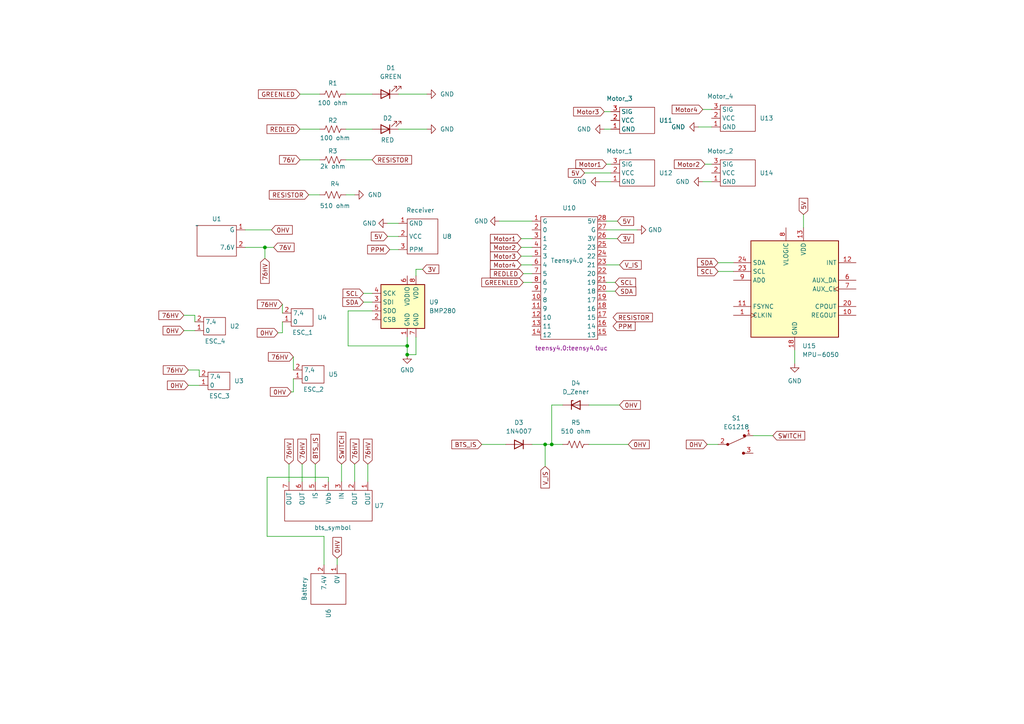
<source format=kicad_sch>
(kicad_sch (version 20230121) (generator eeschema)

  (uuid acb273bf-b8c8-45f7-b047-06a519c632bd)

  (paper "A4")

  (title_block
    (title "Quadcopter Lower frame")
  )

  (lib_symbols
    (symbol "Device:D_Zener" (pin_numbers hide) (pin_names (offset 1.016) hide) (in_bom yes) (on_board yes)
      (property "Reference" "D" (at 0 2.54 0)
        (effects (font (size 1.27 1.27)))
      )
      (property "Value" "D_Zener" (at 0 -2.54 0)
        (effects (font (size 1.27 1.27)))
      )
      (property "Footprint" "" (at 0 0 0)
        (effects (font (size 1.27 1.27)) hide)
      )
      (property "Datasheet" "~" (at 0 0 0)
        (effects (font (size 1.27 1.27)) hide)
      )
      (property "ki_keywords" "diode" (at 0 0 0)
        (effects (font (size 1.27 1.27)) hide)
      )
      (property "ki_description" "Zener diode" (at 0 0 0)
        (effects (font (size 1.27 1.27)) hide)
      )
      (property "ki_fp_filters" "TO-???* *_Diode_* *SingleDiode* D_*" (at 0 0 0)
        (effects (font (size 1.27 1.27)) hide)
      )
      (symbol "D_Zener_0_1"
        (polyline
          (pts
            (xy 1.27 0)
            (xy -1.27 0)
          )
          (stroke (width 0) (type default))
          (fill (type none))
        )
        (polyline
          (pts
            (xy -1.27 -1.27)
            (xy -1.27 1.27)
            (xy -0.762 1.27)
          )
          (stroke (width 0.254) (type default))
          (fill (type none))
        )
        (polyline
          (pts
            (xy 1.27 -1.27)
            (xy 1.27 1.27)
            (xy -1.27 0)
            (xy 1.27 -1.27)
          )
          (stroke (width 0.254) (type default))
          (fill (type none))
        )
      )
      (symbol "D_Zener_1_1"
        (pin passive line (at -3.81 0 0) (length 2.54)
          (name "K" (effects (font (size 1.27 1.27))))
          (number "1" (effects (font (size 1.27 1.27))))
        )
        (pin passive line (at 3.81 0 180) (length 2.54)
          (name "A" (effects (font (size 1.27 1.27))))
          (number "2" (effects (font (size 1.27 1.27))))
        )
      )
    )
    (symbol "Device:LED" (pin_numbers hide) (pin_names (offset 1.016) hide) (in_bom yes) (on_board yes)
      (property "Reference" "D" (at 0 2.54 0)
        (effects (font (size 1.27 1.27)))
      )
      (property "Value" "LED" (at 0 -2.54 0)
        (effects (font (size 1.27 1.27)))
      )
      (property "Footprint" "" (at 0 0 0)
        (effects (font (size 1.27 1.27)) hide)
      )
      (property "Datasheet" "~" (at 0 0 0)
        (effects (font (size 1.27 1.27)) hide)
      )
      (property "ki_keywords" "LED diode" (at 0 0 0)
        (effects (font (size 1.27 1.27)) hide)
      )
      (property "ki_description" "Light emitting diode" (at 0 0 0)
        (effects (font (size 1.27 1.27)) hide)
      )
      (property "ki_fp_filters" "LED* LED_SMD:* LED_THT:*" (at 0 0 0)
        (effects (font (size 1.27 1.27)) hide)
      )
      (symbol "LED_0_1"
        (polyline
          (pts
            (xy -1.27 -1.27)
            (xy -1.27 1.27)
          )
          (stroke (width 0.254) (type default))
          (fill (type none))
        )
        (polyline
          (pts
            (xy -1.27 0)
            (xy 1.27 0)
          )
          (stroke (width 0) (type default))
          (fill (type none))
        )
        (polyline
          (pts
            (xy 1.27 -1.27)
            (xy 1.27 1.27)
            (xy -1.27 0)
            (xy 1.27 -1.27)
          )
          (stroke (width 0.254) (type default))
          (fill (type none))
        )
        (polyline
          (pts
            (xy -3.048 -0.762)
            (xy -4.572 -2.286)
            (xy -3.81 -2.286)
            (xy -4.572 -2.286)
            (xy -4.572 -1.524)
          )
          (stroke (width 0) (type default))
          (fill (type none))
        )
        (polyline
          (pts
            (xy -1.778 -0.762)
            (xy -3.302 -2.286)
            (xy -2.54 -2.286)
            (xy -3.302 -2.286)
            (xy -3.302 -1.524)
          )
          (stroke (width 0) (type default))
          (fill (type none))
        )
      )
      (symbol "LED_1_1"
        (pin passive line (at -3.81 0 0) (length 2.54)
          (name "K" (effects (font (size 1.27 1.27))))
          (number "1" (effects (font (size 1.27 1.27))))
        )
        (pin passive line (at 3.81 0 180) (length 2.54)
          (name "A" (effects (font (size 1.27 1.27))))
          (number "2" (effects (font (size 1.27 1.27))))
        )
      )
    )
    (symbol "Device:R_US" (pin_numbers hide) (pin_names (offset 0)) (in_bom yes) (on_board yes)
      (property "Reference" "R" (at 2.54 0 90)
        (effects (font (size 1.27 1.27)))
      )
      (property "Value" "R_US" (at -2.54 0 90)
        (effects (font (size 1.27 1.27)))
      )
      (property "Footprint" "" (at 1.016 -0.254 90)
        (effects (font (size 1.27 1.27)) hide)
      )
      (property "Datasheet" "~" (at 0 0 0)
        (effects (font (size 1.27 1.27)) hide)
      )
      (property "ki_keywords" "R res resistor" (at 0 0 0)
        (effects (font (size 1.27 1.27)) hide)
      )
      (property "ki_description" "Resistor, US symbol" (at 0 0 0)
        (effects (font (size 1.27 1.27)) hide)
      )
      (property "ki_fp_filters" "R_*" (at 0 0 0)
        (effects (font (size 1.27 1.27)) hide)
      )
      (symbol "R_US_0_1"
        (polyline
          (pts
            (xy 0 -2.286)
            (xy 0 -2.54)
          )
          (stroke (width 0) (type default))
          (fill (type none))
        )
        (polyline
          (pts
            (xy 0 2.286)
            (xy 0 2.54)
          )
          (stroke (width 0) (type default))
          (fill (type none))
        )
        (polyline
          (pts
            (xy 0 -0.762)
            (xy 1.016 -1.143)
            (xy 0 -1.524)
            (xy -1.016 -1.905)
            (xy 0 -2.286)
          )
          (stroke (width 0) (type default))
          (fill (type none))
        )
        (polyline
          (pts
            (xy 0 0.762)
            (xy 1.016 0.381)
            (xy 0 0)
            (xy -1.016 -0.381)
            (xy 0 -0.762)
          )
          (stroke (width 0) (type default))
          (fill (type none))
        )
        (polyline
          (pts
            (xy 0 2.286)
            (xy 1.016 1.905)
            (xy 0 1.524)
            (xy -1.016 1.143)
            (xy 0 0.762)
          )
          (stroke (width 0) (type default))
          (fill (type none))
        )
      )
      (symbol "R_US_1_1"
        (pin passive line (at 0 3.81 270) (length 1.27)
          (name "~" (effects (font (size 1.27 1.27))))
          (number "1" (effects (font (size 1.27 1.27))))
        )
        (pin passive line (at 0 -3.81 90) (length 1.27)
          (name "~" (effects (font (size 1.27 1.27))))
          (number "2" (effects (font (size 1.27 1.27))))
        )
      )
    )
    (symbol "Diode:1N4007" (pin_numbers hide) (pin_names hide) (in_bom yes) (on_board yes)
      (property "Reference" "D" (at 0 2.54 0)
        (effects (font (size 1.27 1.27)))
      )
      (property "Value" "1N4007" (at 0 -2.54 0)
        (effects (font (size 1.27 1.27)))
      )
      (property "Footprint" "Diode_THT:D_DO-41_SOD81_P10.16mm_Horizontal" (at 0 -4.445 0)
        (effects (font (size 1.27 1.27)) hide)
      )
      (property "Datasheet" "http://www.vishay.com/docs/88503/1n4001.pdf" (at 0 0 0)
        (effects (font (size 1.27 1.27)) hide)
      )
      (property "Sim.Device" "D" (at 0 0 0)
        (effects (font (size 1.27 1.27)) hide)
      )
      (property "Sim.Pins" "1=K 2=A" (at 0 0 0)
        (effects (font (size 1.27 1.27)) hide)
      )
      (property "ki_keywords" "diode" (at 0 0 0)
        (effects (font (size 1.27 1.27)) hide)
      )
      (property "ki_description" "1000V 1A General Purpose Rectifier Diode, DO-41" (at 0 0 0)
        (effects (font (size 1.27 1.27)) hide)
      )
      (property "ki_fp_filters" "D*DO?41*" (at 0 0 0)
        (effects (font (size 1.27 1.27)) hide)
      )
      (symbol "1N4007_0_1"
        (polyline
          (pts
            (xy -1.27 1.27)
            (xy -1.27 -1.27)
          )
          (stroke (width 0.254) (type default))
          (fill (type none))
        )
        (polyline
          (pts
            (xy 1.27 0)
            (xy -1.27 0)
          )
          (stroke (width 0) (type default))
          (fill (type none))
        )
        (polyline
          (pts
            (xy 1.27 1.27)
            (xy 1.27 -1.27)
            (xy -1.27 0)
            (xy 1.27 1.27)
          )
          (stroke (width 0.254) (type default))
          (fill (type none))
        )
      )
      (symbol "1N4007_1_1"
        (pin passive line (at -3.81 0 0) (length 2.54)
          (name "K" (effects (font (size 1.27 1.27))))
          (number "1" (effects (font (size 1.27 1.27))))
        )
        (pin passive line (at 3.81 0 180) (length 2.54)
          (name "A" (effects (font (size 1.27 1.27))))
          (number "2" (effects (font (size 1.27 1.27))))
        )
      )
    )
    (symbol "New_Library:Battery" (in_bom yes) (on_board yes)
      (property "Reference" "U" (at 1.27 2.54 0)
        (effects (font (size 1.27 1.27)))
      )
      (property "Value" "" (at 0 0 0)
        (effects (font (size 1.27 1.27)))
      )
      (property "Footprint" "" (at 0 0 0)
        (effects (font (size 1.27 1.27)) hide)
      )
      (property "Datasheet" "" (at 0 0 0)
        (effects (font (size 1.27 1.27)) hide)
      )
      (symbol "Battery_0_1"
        (rectangle (start 0 0) (end 8.89 -10.16)
          (stroke (width 0) (type default))
          (fill (type none))
        )
      )
      (symbol "Battery_1_1"
        (pin input line (at -2.54 -2.54 0) (length 2.54)
          (name "0V" (effects (font (size 1.27 1.27))))
          (number "1" (effects (font (size 1.27 1.27))))
        )
        (pin input line (at -2.54 -6.35 0) (length 2.54)
          (name "7.4V" (effects (font (size 1.27 1.27))))
          (number "2" (effects (font (size 1.27 1.27))))
        )
      )
    )
    (symbol "New_Library:ESC" (in_bom yes) (on_board yes)
      (property "Reference" "U" (at 0 1.27 0)
        (effects (font (size 1.27 1.27)))
      )
      (property "Value" "" (at 0 0 0)
        (effects (font (size 1.27 1.27)))
      )
      (property "Footprint" "" (at 0 0 0)
        (effects (font (size 1.27 1.27)) hide)
      )
      (property "Datasheet" "" (at 0 0 0)
        (effects (font (size 1.27 1.27)) hide)
      )
      (symbol "ESC_0_1"
        (rectangle (start 0 0) (end 6.35 -5.08)
          (stroke (width 0) (type default))
          (fill (type none))
        )
      )
      (symbol "ESC_1_1"
        (pin input line (at -2.54 -3.81 0) (length 2.54)
          (name "0" (effects (font (size 1.27 1.27))))
          (number "1" (effects (font (size 1.27 1.27))))
        )
        (pin input line (at -2.54 -1.27 0) (length 2.54)
          (name "7.4" (effects (font (size 1.27 1.27))))
          (number "2" (effects (font (size 1.27 1.27))))
        )
      )
    )
    (symbol "New_Library:External_Power" (in_bom yes) (on_board yes)
      (property "Reference" "U" (at 5.08 2.54 0)
        (effects (font (size 1.27 1.27)))
      )
      (property "Value" "" (at 0 0 0)
        (effects (font (size 1.27 1.27)))
      )
      (property "Footprint" "" (at 0 0 0)
        (effects (font (size 1.27 1.27)) hide)
      )
      (property "Datasheet" "" (at 0 0 0)
        (effects (font (size 1.27 1.27)) hide)
      )
      (symbol "External_Power_0_1"
        (rectangle (start 0 0) (end 11.43 -8.89)
          (stroke (width 0) (type default))
          (fill (type none))
        )
      )
      (symbol "External_Power_1_1"
        (pin input line (at 13.97 -1.27 180) (length 2.54)
          (name "G" (effects (font (size 1.27 1.27))))
          (number "1" (effects (font (size 1.27 1.27))))
        )
        (pin input line (at 13.97 -6.35 180) (length 2.54)
          (name "7.6V" (effects (font (size 1.27 1.27))))
          (number "2" (effects (font (size 1.27 1.27))))
        )
      )
    )
    (symbol "New_Library:Motor" (in_bom yes) (on_board yes)
      (property "Reference" "U" (at 1.27 1.27 0)
        (effects (font (size 1.27 1.27)))
      )
      (property "Value" "" (at 0 2.54 0)
        (effects (font (size 1.27 1.27)))
      )
      (property "Footprint" "" (at 0 2.54 0)
        (effects (font (size 1.27 1.27)) hide)
      )
      (property "Datasheet" "" (at 0 2.54 0)
        (effects (font (size 1.27 1.27)) hide)
      )
      (symbol "Motor_0_1"
        (rectangle (start 0 0) (end 10.16 -7.62)
          (stroke (width 0) (type default))
          (fill (type none))
        )
      )
      (symbol "Motor_1_1"
        (pin input line (at -2.54 -6.35 0) (length 2.54)
          (name "GND" (effects (font (size 1.27 1.27))))
          (number "1" (effects (font (size 1.27 1.27))))
        )
        (pin input line (at -2.54 -3.81 0) (length 2.54)
          (name "VCC" (effects (font (size 1.27 1.27))))
          (number "2" (effects (font (size 1.27 1.27))))
        )
        (pin input line (at -2.54 -1.27 0) (length 2.54)
          (name "SIG" (effects (font (size 1.27 1.27))))
          (number "3" (effects (font (size 1.27 1.27))))
        )
      )
    )
    (symbol "New_Library:Receiver" (in_bom yes) (on_board yes)
      (property "Reference" "U" (at 0 1.27 0)
        (effects (font (size 1.27 1.27)))
      )
      (property "Value" "" (at 0 0 0)
        (effects (font (size 1.27 1.27)))
      )
      (property "Footprint" "" (at 0 0 0)
        (effects (font (size 1.27 1.27)) hide)
      )
      (property "Datasheet" "" (at 0 0 0)
        (effects (font (size 1.27 1.27)) hide)
      )
      (symbol "Receiver_0_1"
        (rectangle (start 0 0) (end 8.89 -10.16)
          (stroke (width 0) (type default))
          (fill (type none))
        )
      )
      (symbol "Receiver_1_1"
        (pin input line (at -2.54 -1.27 0) (length 2.54)
          (name "GND" (effects (font (size 1.27 1.27))))
          (number "1" (effects (font (size 1.27 1.27))))
        )
        (pin input line (at -2.54 -5.08 0) (length 2.54)
          (name "VCC" (effects (font (size 1.27 1.27))))
          (number "2" (effects (font (size 1.27 1.27))))
        )
        (pin input line (at -2.54 -8.89 0) (length 2.54)
          (name "PPM" (effects (font (size 1.27 1.27))))
          (number "3" (effects (font (size 1.27 1.27))))
        )
      )
    )
    (symbol "New_Library:Teensy4.0uc" (in_bom yes) (on_board yes)
      (property "Reference" "U" (at 0 15.24 0)
        (effects (font (size 1.27 1.27)))
      )
      (property "Value" "" (at 0 0 0)
        (effects (font (size 1.27 1.27)))
      )
      (property "Footprint" "" (at 0 0 0)
        (effects (font (size 1.27 1.27)) hide)
      )
      (property "Datasheet" "" (at 0 0 0)
        (effects (font (size 1.27 1.27)) hide)
      )
      (symbol "Teensy4.0uc_0_1"
        (rectangle (start -7.62 12.7) (end 8.89 -22.86)
          (stroke (width 0) (type default))
          (fill (type none))
        )
      )
      (symbol "Teensy4.0uc_1_1"
        (pin input line (at -10.16 11.43 0) (length 2.54)
          (name "G" (effects (font (size 1.27 1.27))))
          (number "1" (effects (font (size 1.27 1.27))))
        )
        (pin input line (at -10.16 -11.43 0) (length 2.54)
          (name "8" (effects (font (size 1.27 1.27))))
          (number "10" (effects (font (size 1.27 1.27))))
        )
        (pin input line (at -10.16 -13.97 0) (length 2.54)
          (name "9" (effects (font (size 1.27 1.27))))
          (number "11" (effects (font (size 1.27 1.27))))
        )
        (pin input line (at -10.16 -16.51 0) (length 2.54)
          (name "10" (effects (font (size 1.27 1.27))))
          (number "12" (effects (font (size 1.27 1.27))))
        )
        (pin input line (at -10.16 -19.05 0) (length 2.54)
          (name "11" (effects (font (size 1.27 1.27))))
          (number "13" (effects (font (size 1.27 1.27))))
        )
        (pin input line (at -10.16 -21.59 0) (length 2.54)
          (name "12" (effects (font (size 1.27 1.27))))
          (number "14" (effects (font (size 1.27 1.27))))
        )
        (pin input line (at 11.43 -21.59 180) (length 2.54)
          (name "13" (effects (font (size 1.27 1.27))))
          (number "15" (effects (font (size 1.27 1.27))))
        )
        (pin input line (at 11.43 -19.05 180) (length 2.54)
          (name "14" (effects (font (size 1.27 1.27))))
          (number "16" (effects (font (size 1.27 1.27))))
        )
        (pin input line (at 11.43 -16.51 180) (length 2.54)
          (name "15" (effects (font (size 1.27 1.27))))
          (number "17" (effects (font (size 1.27 1.27))))
        )
        (pin input line (at 11.43 -13.97 180) (length 2.54)
          (name "16" (effects (font (size 1.27 1.27))))
          (number "18" (effects (font (size 1.27 1.27))))
        )
        (pin input line (at 11.43 -11.43 180) (length 2.54)
          (name "17" (effects (font (size 1.27 1.27))))
          (number "19" (effects (font (size 1.27 1.27))))
        )
        (pin input line (at -10.16 8.89 0) (length 2.54)
          (name "0" (effects (font (size 1.27 1.27))))
          (number "2" (effects (font (size 1.27 1.27))))
        )
        (pin input line (at 11.43 -8.89 180) (length 2.54)
          (name "18" (effects (font (size 1.27 1.27))))
          (number "20" (effects (font (size 1.27 1.27))))
        )
        (pin input line (at 11.43 -6.35 180) (length 2.54)
          (name "19" (effects (font (size 1.27 1.27))))
          (number "21" (effects (font (size 1.27 1.27))))
        )
        (pin input line (at 11.43 -3.81 180) (length 2.54)
          (name "20" (effects (font (size 1.27 1.27))))
          (number "22" (effects (font (size 1.27 1.27))))
        )
        (pin input line (at 11.43 -1.27 180) (length 2.54)
          (name "21" (effects (font (size 1.27 1.27))))
          (number "23" (effects (font (size 1.27 1.27))))
        )
        (pin input line (at 11.43 1.27 180) (length 2.54)
          (name "22" (effects (font (size 1.27 1.27))))
          (number "24" (effects (font (size 1.27 1.27))))
        )
        (pin input line (at 11.43 3.81 180) (length 2.54)
          (name "23" (effects (font (size 1.27 1.27))))
          (number "25" (effects (font (size 1.27 1.27))))
        )
        (pin input line (at 11.43 6.35 180) (length 2.54)
          (name "3V" (effects (font (size 1.27 1.27))))
          (number "26" (effects (font (size 1.27 1.27))))
        )
        (pin input line (at 11.43 8.89 180) (length 2.54)
          (name "G" (effects (font (size 1.27 1.27))))
          (number "27" (effects (font (size 1.27 1.27))))
        )
        (pin input line (at 11.43 11.43 180) (length 2.54)
          (name "5V" (effects (font (size 1.27 1.27))))
          (number "28" (effects (font (size 1.27 1.27))))
        )
        (pin input line (at -10.16 6.35 0) (length 2.54)
          (name "1" (effects (font (size 1.27 1.27))))
          (number "3" (effects (font (size 1.27 1.27))))
        )
        (pin input line (at -10.16 3.81 0) (length 2.54)
          (name "2" (effects (font (size 1.27 1.27))))
          (number "4" (effects (font (size 1.27 1.27))))
        )
        (pin input line (at -10.16 1.27 0) (length 2.54)
          (name "3" (effects (font (size 1.27 1.27))))
          (number "5" (effects (font (size 1.27 1.27))))
        )
        (pin input line (at -10.16 -1.27 0) (length 2.54)
          (name "4" (effects (font (size 1.27 1.27))))
          (number "6" (effects (font (size 1.27 1.27))))
        )
        (pin input line (at -10.16 -3.81 0) (length 2.54)
          (name "5" (effects (font (size 1.27 1.27))))
          (number "7" (effects (font (size 1.27 1.27))))
        )
        (pin input line (at -10.16 -6.35 0) (length 2.54)
          (name "6" (effects (font (size 1.27 1.27))))
          (number "8" (effects (font (size 1.27 1.27))))
        )
        (pin input line (at -10.16 -8.89 0) (length 2.54)
          (name "7" (effects (font (size 1.27 1.27))))
          (number "9" (effects (font (size 1.27 1.27))))
        )
      )
    )
    (symbol "New_Library:bts_symbol" (in_bom yes) (on_board yes)
      (property "Reference" "U" (at 0 1.27 0)
        (effects (font (size 1.27 1.27)))
      )
      (property "Value" "" (at 0 0 0)
        (effects (font (size 1.27 1.27)))
      )
      (property "Footprint" "" (at 0 0 0)
        (effects (font (size 1.27 1.27)) hide)
      )
      (property "Datasheet" "" (at 0 0 0)
        (effects (font (size 1.27 1.27)) hide)
      )
      (symbol "bts_symbol_0_1"
        (rectangle (start 0 0) (end 8.89 -25.4)
          (stroke (width 0) (type default))
          (fill (type none))
        )
      )
      (symbol "bts_symbol_1_1"
        (pin input line (at -2.54 -1.27 0) (length 2.54)
          (name "OUT" (effects (font (size 1.27 1.27))))
          (number "1" (effects (font (size 1.27 1.27))))
        )
        (pin input line (at -2.54 -5.08 0) (length 2.54)
          (name "OUT" (effects (font (size 1.27 1.27))))
          (number "2" (effects (font (size 1.27 1.27))))
        )
        (pin input line (at -2.54 -8.89 0) (length 2.54)
          (name "IN" (effects (font (size 1.27 1.27))))
          (number "3" (effects (font (size 1.27 1.27))))
        )
        (pin input line (at -2.54 -12.7 0) (length 2.54)
          (name "Vbb" (effects (font (size 1.27 1.27))))
          (number "4" (effects (font (size 1.27 1.27))))
        )
        (pin input line (at -2.54 -16.51 0) (length 2.54)
          (name "IS" (effects (font (size 1.27 1.27))))
          (number "5" (effects (font (size 1.27 1.27))))
        )
        (pin input line (at -2.54 -20.32 0) (length 2.54)
          (name "OUT" (effects (font (size 1.27 1.27))))
          (number "6" (effects (font (size 1.27 1.27))))
        )
        (pin input line (at -2.54 -24.13 0) (length 2.54)
          (name "OUT" (effects (font (size 1.27 1.27))))
          (number "7" (effects (font (size 1.27 1.27))))
        )
      )
    )
    (symbol "Sensor_Motion:MPU-6050" (in_bom yes) (on_board yes)
      (property "Reference" "U" (at -11.43 13.97 0)
        (effects (font (size 1.27 1.27)))
      )
      (property "Value" "MPU-6050" (at 7.62 -15.24 0)
        (effects (font (size 1.27 1.27)))
      )
      (property "Footprint" "Sensor_Motion:InvenSense_QFN-24_4x4mm_P0.5mm" (at 0 -20.32 0)
        (effects (font (size 1.27 1.27)) hide)
      )
      (property "Datasheet" "https://invensense.tdk.com/wp-content/uploads/2015/02/MPU-6000-Datasheet1.pdf" (at 0 -3.81 0)
        (effects (font (size 1.27 1.27)) hide)
      )
      (property "ki_keywords" "mems" (at 0 0 0)
        (effects (font (size 1.27 1.27)) hide)
      )
      (property "ki_description" "InvenSense 6-Axis Motion Sensor, Gyroscope, Accelerometer, I2C" (at 0 0 0)
        (effects (font (size 1.27 1.27)) hide)
      )
      (property "ki_fp_filters" "*QFN*4x4mm*P0.5mm*" (at 0 0 0)
        (effects (font (size 1.27 1.27)) hide)
      )
      (symbol "MPU-6050_0_0"
        (text "" (at 12.7 -2.54 0)
          (effects (font (size 1.27 1.27)))
        )
      )
      (symbol "MPU-6050_0_1"
        (rectangle (start -12.7 13.97) (end 12.7 -13.97)
          (stroke (width 0.254) (type default))
          (fill (type background))
        )
      )
      (symbol "MPU-6050_1_1"
        (pin input clock (at -17.78 -7.62 0) (length 5.08)
          (name "CLKIN" (effects (font (size 1.27 1.27))))
          (number "1" (effects (font (size 1.27 1.27))))
        )
        (pin passive line (at 17.78 -7.62 180) (length 5.08)
          (name "REGOUT" (effects (font (size 1.27 1.27))))
          (number "10" (effects (font (size 1.27 1.27))))
        )
        (pin input line (at -17.78 -5.08 0) (length 5.08)
          (name "FSYNC" (effects (font (size 1.27 1.27))))
          (number "11" (effects (font (size 1.27 1.27))))
        )
        (pin output line (at 17.78 7.62 180) (length 5.08)
          (name "INT" (effects (font (size 1.27 1.27))))
          (number "12" (effects (font (size 1.27 1.27))))
        )
        (pin power_in line (at 2.54 17.78 270) (length 3.81)
          (name "VDD" (effects (font (size 1.27 1.27))))
          (number "13" (effects (font (size 1.27 1.27))))
        )
        (pin no_connect line (at -12.7 -10.16 0) (length 2.54) hide
          (name "NC" (effects (font (size 1.27 1.27))))
          (number "14" (effects (font (size 1.27 1.27))))
        )
        (pin no_connect line (at 12.7 12.7 180) (length 2.54) hide
          (name "NC" (effects (font (size 1.27 1.27))))
          (number "15" (effects (font (size 1.27 1.27))))
        )
        (pin no_connect line (at 12.7 10.16 180) (length 2.54) hide
          (name "NC" (effects (font (size 1.27 1.27))))
          (number "16" (effects (font (size 1.27 1.27))))
        )
        (pin no_connect line (at 12.7 5.08 180) (length 2.54) hide
          (name "NC" (effects (font (size 1.27 1.27))))
          (number "17" (effects (font (size 1.27 1.27))))
        )
        (pin power_in line (at 0 -17.78 90) (length 3.81)
          (name "GND" (effects (font (size 1.27 1.27))))
          (number "18" (effects (font (size 1.27 1.27))))
        )
        (pin no_connect line (at 12.7 -10.16 180) (length 2.54) hide
          (name "RESV" (effects (font (size 1.27 1.27))))
          (number "19" (effects (font (size 1.27 1.27))))
        )
        (pin no_connect line (at -12.7 12.7 0) (length 2.54) hide
          (name "NC" (effects (font (size 1.27 1.27))))
          (number "2" (effects (font (size 1.27 1.27))))
        )
        (pin passive line (at 17.78 -5.08 180) (length 5.08)
          (name "CPOUT" (effects (font (size 1.27 1.27))))
          (number "20" (effects (font (size 1.27 1.27))))
        )
        (pin no_connect line (at 12.7 -2.54 180) (length 2.54) hide
          (name "RESV" (effects (font (size 1.27 1.27))))
          (number "21" (effects (font (size 1.27 1.27))))
        )
        (pin no_connect line (at 12.7 -12.7 180) (length 2.54) hide
          (name "RESV" (effects (font (size 1.27 1.27))))
          (number "22" (effects (font (size 1.27 1.27))))
        )
        (pin input line (at -17.78 5.08 0) (length 5.08)
          (name "SCL" (effects (font (size 1.27 1.27))))
          (number "23" (effects (font (size 1.27 1.27))))
        )
        (pin bidirectional line (at -17.78 7.62 0) (length 5.08)
          (name "SDA" (effects (font (size 1.27 1.27))))
          (number "24" (effects (font (size 1.27 1.27))))
        )
        (pin no_connect line (at -12.7 10.16 0) (length 2.54) hide
          (name "NC" (effects (font (size 1.27 1.27))))
          (number "3" (effects (font (size 1.27 1.27))))
        )
        (pin no_connect line (at -12.7 0 0) (length 2.54) hide
          (name "NC" (effects (font (size 1.27 1.27))))
          (number "4" (effects (font (size 1.27 1.27))))
        )
        (pin no_connect line (at -12.7 -2.54 0) (length 2.54) hide
          (name "NC" (effects (font (size 1.27 1.27))))
          (number "5" (effects (font (size 1.27 1.27))))
        )
        (pin bidirectional line (at 17.78 2.54 180) (length 5.08)
          (name "AUX_DA" (effects (font (size 1.27 1.27))))
          (number "6" (effects (font (size 1.27 1.27))))
        )
        (pin output clock (at 17.78 0 180) (length 5.08)
          (name "AUX_CL" (effects (font (size 1.27 1.27))))
          (number "7" (effects (font (size 1.27 1.27))))
        )
        (pin power_in line (at -2.54 17.78 270) (length 3.81)
          (name "VLOGIC" (effects (font (size 1.27 1.27))))
          (number "8" (effects (font (size 1.27 1.27))))
        )
        (pin input line (at -17.78 2.54 0) (length 5.08)
          (name "AD0" (effects (font (size 1.27 1.27))))
          (number "9" (effects (font (size 1.27 1.27))))
        )
      )
    )
    (symbol "Sensor_Pressure:BMP280" (in_bom yes) (on_board yes)
      (property "Reference" "U" (at -7.62 10.16 0)
        (effects (font (size 1.27 1.27)) (justify left top))
      )
      (property "Value" "BMP280" (at 5.08 10.16 0)
        (effects (font (size 1.27 1.27)) (justify left top))
      )
      (property "Footprint" "Package_LGA:Bosch_LGA-8_2x2.5mm_P0.65mm_ClockwisePinNumbering" (at 0 -17.78 0)
        (effects (font (size 1.27 1.27)) hide)
      )
      (property "Datasheet" "https://ae-bst.resource.bosch.com/media/_tech/media/datasheets/BST-BMP280-DS001.pdf" (at 0 0 0)
        (effects (font (size 1.27 1.27)) hide)
      )
      (property "ki_keywords" "I2C, SPI, pressure, temperature, sensor" (at 0 0 0)
        (effects (font (size 1.27 1.27)) hide)
      )
      (property "ki_description" "Absolute Barometric Pressure Sensor, LGA-8" (at 0 0 0)
        (effects (font (size 1.27 1.27)) hide)
      )
      (property "ki_fp_filters" "Bosch*LGA*2x2.5mm*P0.65mm*" (at 0 0 0)
        (effects (font (size 1.27 1.27)) hide)
      )
      (symbol "BMP280_0_1"
        (rectangle (start -7.62 -5.08) (end 5.08 7.62)
          (stroke (width 0.254) (type default))
          (fill (type background))
        )
      )
      (symbol "BMP280_1_1"
        (pin power_in line (at 0 -7.62 90) (length 2.54)
          (name "GND" (effects (font (size 1.27 1.27))))
          (number "1" (effects (font (size 1.27 1.27))))
        )
        (pin input line (at -10.16 -2.54 0) (length 2.54)
          (name "CSB" (effects (font (size 1.27 1.27))))
          (number "2" (effects (font (size 1.27 1.27))))
        )
        (pin bidirectional line (at -10.16 2.54 0) (length 2.54)
          (name "SDI" (effects (font (size 1.27 1.27))))
          (number "3" (effects (font (size 1.27 1.27))))
        )
        (pin input line (at -10.16 5.08 0) (length 2.54)
          (name "SCK" (effects (font (size 1.27 1.27))))
          (number "4" (effects (font (size 1.27 1.27))))
        )
        (pin bidirectional line (at -10.16 0 0) (length 2.54)
          (name "SDO" (effects (font (size 1.27 1.27))))
          (number "5" (effects (font (size 1.27 1.27))))
        )
        (pin power_in line (at 0 10.16 270) (length 2.54)
          (name "VDDIO" (effects (font (size 1.27 1.27))))
          (number "6" (effects (font (size 1.27 1.27))))
        )
        (pin power_in line (at 2.54 -7.62 90) (length 2.54)
          (name "GND" (effects (font (size 1.27 1.27))))
          (number "7" (effects (font (size 1.27 1.27))))
        )
        (pin power_in line (at 2.54 10.16 270) (length 2.54)
          (name "VDD" (effects (font (size 1.27 1.27))))
          (number "8" (effects (font (size 1.27 1.27))))
        )
      )
    )
    (symbol "dk_Slide-Switches:EG1218" (pin_names (offset 0)) (in_bom yes) (on_board yes)
      (property "Reference" "S" (at -3.81 2.286 0)
        (effects (font (size 1.27 1.27)))
      )
      (property "Value" "EG1218" (at 0 -5.334 0)
        (effects (font (size 1.27 1.27)))
      )
      (property "Footprint" "digikey-footprints:Switch_Slide_11.6x4mm_EG1218" (at 5.08 5.08 0)
        (effects (font (size 1.27 1.27)) (justify left) hide)
      )
      (property "Datasheet" "http://spec_sheets.e-switch.com/specs/P040040.pdf" (at 5.08 7.62 0)
        (effects (font (size 1.524 1.524)) (justify left) hide)
      )
      (property "Digi-Key_PN" "EG1903-ND" (at 5.08 10.16 0)
        (effects (font (size 1.524 1.524)) (justify left) hide)
      )
      (property "MPN" "EG1218" (at 5.08 12.7 0)
        (effects (font (size 1.524 1.524)) (justify left) hide)
      )
      (property "Category" "Switches" (at 5.08 15.24 0)
        (effects (font (size 1.524 1.524)) (justify left) hide)
      )
      (property "Family" "Slide Switches" (at 5.08 17.78 0)
        (effects (font (size 1.524 1.524)) (justify left) hide)
      )
      (property "DK_Datasheet_Link" "http://spec_sheets.e-switch.com/specs/P040040.pdf" (at 5.08 20.32 0)
        (effects (font (size 1.524 1.524)) (justify left) hide)
      )
      (property "DK_Detail_Page" "/product-detail/en/e-switch/EG1218/EG1903-ND/101726" (at 5.08 22.86 0)
        (effects (font (size 1.524 1.524)) (justify left) hide)
      )
      (property "Description" "SWITCH SLIDE SPDT 200MA 30V" (at 5.08 25.4 0)
        (effects (font (size 1.524 1.524)) (justify left) hide)
      )
      (property "Manufacturer" "E-Switch" (at 5.08 27.94 0)
        (effects (font (size 1.524 1.524)) (justify left) hide)
      )
      (property "Status" "Active" (at 5.08 30.48 0)
        (effects (font (size 1.524 1.524)) (justify left) hide)
      )
      (property "ki_keywords" "EG1903-ND EG" (at 0 0 0)
        (effects (font (size 1.27 1.27)) hide)
      )
      (property "ki_description" "SWITCH SLIDE SPDT 200MA 30V" (at 0 0 0)
        (effects (font (size 1.27 1.27)) hide)
      )
      (symbol "EG1218_0_1"
        (circle (center -2.286 0) (radius 0.3556)
          (stroke (width 0) (type solid))
          (fill (type outline))
        )
        (polyline
          (pts
            (xy -2.032 0)
            (xy 3.048 2.286)
          )
          (stroke (width 0) (type solid))
          (fill (type none))
        )
        (circle (center 2.286 -2.54) (radius 0.3556)
          (stroke (width 0) (type solid))
          (fill (type outline))
        )
        (circle (center 2.54 2.54) (radius 0.3556)
          (stroke (width 0) (type solid))
          (fill (type outline))
        )
      )
      (symbol "EG1218_1_1"
        (pin passive line (at 5.08 2.54 180) (length 2.54)
          (name "~" (effects (font (size 1.27 1.27))))
          (number "1" (effects (font (size 1.27 1.27))))
        )
        (pin passive line (at -5.08 0 0) (length 2.54)
          (name "~" (effects (font (size 1.27 1.27))))
          (number "2" (effects (font (size 1.27 1.27))))
        )
        (pin passive line (at 5.08 -2.54 180) (length 2.54)
          (name "~" (effects (font (size 1.27 1.27))))
          (number "3" (effects (font (size 1.27 1.27))))
        )
      )
    )
    (symbol "power:GND" (power) (pin_names (offset 0)) (in_bom yes) (on_board yes)
      (property "Reference" "#PWR" (at 0 -6.35 0)
        (effects (font (size 1.27 1.27)) hide)
      )
      (property "Value" "GND" (at 0 -3.81 0)
        (effects (font (size 1.27 1.27)))
      )
      (property "Footprint" "" (at 0 0 0)
        (effects (font (size 1.27 1.27)) hide)
      )
      (property "Datasheet" "" (at 0 0 0)
        (effects (font (size 1.27 1.27)) hide)
      )
      (property "ki_keywords" "global power" (at 0 0 0)
        (effects (font (size 1.27 1.27)) hide)
      )
      (property "ki_description" "Power symbol creates a global label with name \"GND\" , ground" (at 0 0 0)
        (effects (font (size 1.27 1.27)) hide)
      )
      (symbol "GND_0_1"
        (polyline
          (pts
            (xy 0 0)
            (xy 0 -1.27)
            (xy 1.27 -1.27)
            (xy 0 -2.54)
            (xy -1.27 -1.27)
            (xy 0 -1.27)
          )
          (stroke (width 0) (type default))
          (fill (type none))
        )
      )
      (symbol "GND_1_1"
        (pin power_in line (at 0 0 270) (length 0) hide
          (name "GND" (effects (font (size 1.27 1.27))))
          (number "1" (effects (font (size 1.27 1.27))))
        )
      )
    )
  )

  (junction (at 118.11 100.33) (diameter 0) (color 0 0 0 0)
    (uuid 062d1b6b-013c-4711-96bd-afb8792c72a4)
  )
  (junction (at 118.11 102.87) (diameter 0) (color 0 0 0 0)
    (uuid bcb9a525-61d4-4cd4-8f44-d26560cef1c6)
  )
  (junction (at 158.115 128.905) (diameter 0) (color 0 0 0 0)
    (uuid cd3407e9-9119-4905-b85d-6f0e93e44de5)
  )
  (junction (at 160.02 128.905) (diameter 0) (color 0 0 0 0)
    (uuid ce2e2f42-8d13-4bdc-a362-5a18f5aea77b)
  )
  (junction (at 76.835 71.755) (diameter 0) (color 0 0 0 0)
    (uuid dfee8b9e-bbcb-4ff8-832a-92445fec0aaa)
  )

  (wire (pts (xy 89.535 56.515) (xy 92.71 56.515))
    (stroke (width 0) (type default))
    (uuid 00ef8af0-016a-4661-b6b8-734778ab25c3)
  )
  (wire (pts (xy 100.33 37.465) (xy 107.95 37.465))
    (stroke (width 0) (type default))
    (uuid 03e9d991-b5e3-4826-8539-e3f58a9aac2e)
  )
  (wire (pts (xy 120.65 78.105) (xy 120.65 80.01))
    (stroke (width 0) (type default))
    (uuid 044fbc0a-b7d6-4ca0-a284-0f2d1f84879c)
  )
  (wire (pts (xy 163.195 117.475) (xy 160.02 117.475))
    (stroke (width 0) (type default))
    (uuid 074a73e1-4681-482f-ae5b-fe29db2ab59c)
  )
  (wire (pts (xy 71.12 66.675) (xy 78.74 66.675))
    (stroke (width 0) (type default))
    (uuid 0b373268-9e1f-4eca-bff1-a04eee0c1c60)
  )
  (wire (pts (xy 120.65 102.87) (xy 118.11 102.87))
    (stroke (width 0) (type default))
    (uuid 10a60eb2-44ac-4311-9937-fafc4d195d59)
  )
  (wire (pts (xy 175.895 66.675) (xy 184.785 66.675))
    (stroke (width 0) (type default))
    (uuid 133579d6-832a-4cb0-84b7-d80cf76388ef)
  )
  (wire (pts (xy 54.61 111.76) (xy 57.785 111.76))
    (stroke (width 0) (type default))
    (uuid 169a0448-284f-4b38-b8fa-5247f6abb015)
  )
  (wire (pts (xy 91.44 134.62) (xy 91.44 139.7))
    (stroke (width 0) (type default))
    (uuid 18060fd6-bcb6-4873-aa98-e075941ae46a)
  )
  (wire (pts (xy 93.98 155.575) (xy 77.47 155.575))
    (stroke (width 0) (type default))
    (uuid 1dd9a10f-06f6-42a9-b4a6-8c0f538177cf)
  )
  (wire (pts (xy 170.815 128.905) (xy 182.245 128.905))
    (stroke (width 0) (type default))
    (uuid 1f1eb836-2180-4934-99d6-66d063aaaa5c)
  )
  (wire (pts (xy 204.47 47.625) (xy 206.375 47.625))
    (stroke (width 0) (type default))
    (uuid 2136fd26-a085-4ff5-a994-5b8877e1755f)
  )
  (wire (pts (xy 151.13 74.295) (xy 154.305 74.295))
    (stroke (width 0) (type default))
    (uuid 25339e3d-b621-49cd-9152-5717b3af2f95)
  )
  (wire (pts (xy 173.99 52.705) (xy 177.165 52.705))
    (stroke (width 0) (type default))
    (uuid 26b279c8-2d75-4c67-b9cc-59a81358b54b)
  )
  (wire (pts (xy 154.305 128.905) (xy 158.115 128.905))
    (stroke (width 0) (type default))
    (uuid 298f0190-5fef-433d-8159-c0d13adb46c1)
  )
  (wire (pts (xy 81.915 88.265) (xy 81.915 90.805))
    (stroke (width 0) (type default))
    (uuid 29ab7744-35f3-4c51-984f-f16f721f208b)
  )
  (wire (pts (xy 100.965 90.17) (xy 100.965 100.33))
    (stroke (width 0) (type default))
    (uuid 2a5b6363-3337-4753-b1c4-6294bbd6e30a)
  )
  (wire (pts (xy 202.565 36.83) (xy 206.375 36.83))
    (stroke (width 0) (type default))
    (uuid 2dbcec4a-e1db-4c28-882b-fb58bb08eb35)
  )
  (wire (pts (xy 113.03 72.39) (xy 115.57 72.39))
    (stroke (width 0) (type default))
    (uuid 3219b0ee-3d5c-4d1d-8461-e10592582cbf)
  )
  (wire (pts (xy 175.895 81.915) (xy 178.435 81.915))
    (stroke (width 0) (type default))
    (uuid 3251a39b-379c-4599-84d9-8ff3124c60c6)
  )
  (wire (pts (xy 205.105 128.905) (xy 208.28 128.905))
    (stroke (width 0) (type default))
    (uuid 35255ad5-4c03-472f-a59e-eab45a00370d)
  )
  (wire (pts (xy 151.765 79.375) (xy 154.305 79.375))
    (stroke (width 0) (type default))
    (uuid 390a44c7-f3e9-40b8-b457-40cf3768834e)
  )
  (wire (pts (xy 81.915 96.52) (xy 80.645 96.52))
    (stroke (width 0) (type default))
    (uuid 3c870da7-8bc4-4b79-9e01-f408a80232ed)
  )
  (wire (pts (xy 208.28 76.2) (xy 212.725 76.2))
    (stroke (width 0) (type default))
    (uuid 3e156f1d-830f-4cfe-9d88-3009e1da68b2)
  )
  (wire (pts (xy 86.995 46.355) (xy 92.71 46.355))
    (stroke (width 0) (type default))
    (uuid 409c6ce5-9d91-4aca-8cb3-da57fe998e15)
  )
  (wire (pts (xy 122.555 78.105) (xy 120.65 78.105))
    (stroke (width 0) (type default))
    (uuid 419d1d14-e6c0-4f73-88a4-74ec30bf7b60)
  )
  (wire (pts (xy 83.82 134.62) (xy 83.82 139.7))
    (stroke (width 0) (type default))
    (uuid 44578973-481f-43d1-a15d-2c92d2384aa4)
  )
  (wire (pts (xy 85.09 113.665) (xy 84.455 113.665))
    (stroke (width 0) (type default))
    (uuid 47bb2bff-35da-4a7b-92e7-8dc7a10fa9c6)
  )
  (wire (pts (xy 160.02 117.475) (xy 160.02 128.905))
    (stroke (width 0) (type default))
    (uuid 48e4ed07-1333-46fa-9d21-43f05c8a2f60)
  )
  (wire (pts (xy 218.44 126.365) (xy 224.155 126.365))
    (stroke (width 0) (type default))
    (uuid 4a5f9154-51b0-4698-9181-5ea6c48e9029)
  )
  (wire (pts (xy 208.28 78.74) (xy 212.725 78.74))
    (stroke (width 0) (type default))
    (uuid 4bae4165-f9dc-4406-8a60-6dd40444f2a8)
  )
  (wire (pts (xy 175.895 47.625) (xy 177.165 47.625))
    (stroke (width 0) (type default))
    (uuid 4cae6a24-44d0-463f-b60e-7298b32dd4c4)
  )
  (wire (pts (xy 100.965 100.33) (xy 118.11 100.33))
    (stroke (width 0) (type default))
    (uuid 507a75e5-3e5e-480a-a25e-4254f932191e)
  )
  (wire (pts (xy 54.61 107.315) (xy 57.785 107.315))
    (stroke (width 0) (type default))
    (uuid 595f8383-e26a-44b6-826c-1a8d3112cef1)
  )
  (wire (pts (xy 175.895 76.835) (xy 179.705 76.835))
    (stroke (width 0) (type default))
    (uuid 5da68089-cbed-4fc9-8180-5f26fb450948)
  )
  (wire (pts (xy 100.33 27.305) (xy 107.95 27.305))
    (stroke (width 0) (type default))
    (uuid 5e674b18-1d6f-496e-940f-69b959cb4ea6)
  )
  (wire (pts (xy 53.34 91.44) (xy 56.515 91.44))
    (stroke (width 0) (type default))
    (uuid 6031d6eb-b2e4-4e4b-9e77-135732f492bc)
  )
  (wire (pts (xy 175.895 69.215) (xy 179.07 69.215))
    (stroke (width 0) (type default))
    (uuid 62bacf52-9cb2-47e3-b21f-1314faacb1c9)
  )
  (wire (pts (xy 57.785 107.315) (xy 57.785 109.22))
    (stroke (width 0) (type default))
    (uuid 643d76a1-7323-407a-b2a8-dc797806aa31)
  )
  (wire (pts (xy 139.7 128.905) (xy 146.685 128.905))
    (stroke (width 0) (type default))
    (uuid 67c9e522-eee6-48f4-a38a-77d28f9cc80e)
  )
  (wire (pts (xy 105.41 87.63) (xy 107.95 87.63))
    (stroke (width 0) (type default))
    (uuid 6827e063-d066-4682-b163-422ef442e3a9)
  )
  (wire (pts (xy 77.47 155.575) (xy 77.47 138.43))
    (stroke (width 0) (type default))
    (uuid 6a175232-4e7d-4081-93c8-83a8053ed86d)
  )
  (wire (pts (xy 86.995 27.305) (xy 92.71 27.305))
    (stroke (width 0) (type default))
    (uuid 6b388559-5194-42bb-9814-da005e30bf7b)
  )
  (wire (pts (xy 85.09 109.855) (xy 85.09 113.665))
    (stroke (width 0) (type default))
    (uuid 6d693bde-f1e7-4973-97bb-20e24c890d3a)
  )
  (wire (pts (xy 118.11 102.87) (xy 118.11 100.33))
    (stroke (width 0) (type default))
    (uuid 6eda1d73-4a17-4943-98c4-527e07fefebb)
  )
  (wire (pts (xy 175.26 37.465) (xy 177.165 37.465))
    (stroke (width 0) (type default))
    (uuid 7447dcbb-255d-44d8-b449-57f27262167d)
  )
  (wire (pts (xy 56.515 91.44) (xy 56.515 93.345))
    (stroke (width 0) (type default))
    (uuid 77459a66-c989-466a-9275-9f218922fa10)
  )
  (wire (pts (xy 118.11 100.33) (xy 118.11 97.79))
    (stroke (width 0) (type default))
    (uuid 7a0c9436-4e02-46cf-9bee-b1f271d88b63)
  )
  (wire (pts (xy 169.545 50.165) (xy 177.165 50.165))
    (stroke (width 0) (type default))
    (uuid 7a2923c8-935c-4414-a208-f0e1c4c0c2e5)
  )
  (wire (pts (xy 71.12 71.755) (xy 76.835 71.755))
    (stroke (width 0) (type default))
    (uuid 7a71447c-42bf-4d0e-ae27-ea176dc169f5)
  )
  (wire (pts (xy 100.33 56.515) (xy 102.87 56.515))
    (stroke (width 0) (type default))
    (uuid 7e4c5214-9640-4e94-86de-6d22341adfa0)
  )
  (wire (pts (xy 53.34 95.885) (xy 56.515 95.885))
    (stroke (width 0) (type default))
    (uuid 81847a1f-e394-4b04-90b1-d22c5f5718ef)
  )
  (wire (pts (xy 87.63 134.62) (xy 87.63 139.7))
    (stroke (width 0) (type default))
    (uuid 849c632a-6b55-4ceb-94e2-22eecfb07210)
  )
  (wire (pts (xy 112.395 64.77) (xy 115.57 64.77))
    (stroke (width 0) (type default))
    (uuid 878f8155-6419-4c30-a983-13b0787e12f7)
  )
  (wire (pts (xy 95.25 138.43) (xy 95.25 139.7))
    (stroke (width 0) (type default))
    (uuid 8ac10968-4c6a-486d-9101-82285a729c0f)
  )
  (wire (pts (xy 151.13 71.755) (xy 154.305 71.755))
    (stroke (width 0) (type default))
    (uuid 9218510b-7f48-4252-b556-cb7547f1f1a4)
  )
  (wire (pts (xy 158.115 128.905) (xy 158.115 135.255))
    (stroke (width 0) (type default))
    (uuid 988cd2ee-9f75-41c9-acaf-07026dd66bc4)
  )
  (wire (pts (xy 76.835 71.755) (xy 76.835 74.93))
    (stroke (width 0) (type default))
    (uuid 98d02143-811e-465b-9fa5-f8aa24b5ff65)
  )
  (wire (pts (xy 203.835 31.75) (xy 206.375 31.75))
    (stroke (width 0) (type default))
    (uuid 9937f26f-56a2-4e88-ac4c-8d85c5befccf)
  )
  (wire (pts (xy 151.765 81.915) (xy 154.305 81.915))
    (stroke (width 0) (type default))
    (uuid 9e580033-5e18-47f1-8a95-77f05e3e5bee)
  )
  (wire (pts (xy 99.06 134.62) (xy 99.06 139.7))
    (stroke (width 0) (type default))
    (uuid a0fc764d-d7af-4002-bd2f-ee522ddddb23)
  )
  (wire (pts (xy 112.395 68.58) (xy 115.57 68.58))
    (stroke (width 0) (type default))
    (uuid a2862307-3b2d-4c78-9a12-f5c12f139941)
  )
  (wire (pts (xy 76.835 71.755) (xy 79.375 71.755))
    (stroke (width 0) (type default))
    (uuid a31801bb-4e27-45df-ad3a-d5a5ea82a1f4)
  )
  (wire (pts (xy 233.045 62.23) (xy 233.045 66.04))
    (stroke (width 0) (type default))
    (uuid a4cd7520-903c-4ac2-90b4-b510c977834d)
  )
  (wire (pts (xy 120.65 97.79) (xy 120.65 102.87))
    (stroke (width 0) (type default))
    (uuid a8aaf806-81df-43e7-b6e1-7e48d02c9c70)
  )
  (wire (pts (xy 175.26 32.385) (xy 177.165 32.385))
    (stroke (width 0) (type default))
    (uuid a9036297-c806-4aba-a91b-bad0f89d02b5)
  )
  (wire (pts (xy 175.895 84.455) (xy 178.435 84.455))
    (stroke (width 0) (type default))
    (uuid aac042cf-f3e7-446c-8ab4-a50a9ca37941)
  )
  (wire (pts (xy 102.87 134.62) (xy 102.87 139.7))
    (stroke (width 0) (type default))
    (uuid ac22a22e-8f3d-433c-966f-7014821c382d)
  )
  (wire (pts (xy 115.57 27.305) (xy 123.825 27.305))
    (stroke (width 0) (type default))
    (uuid ac25ab0a-7547-4d88-8cf1-4eb3254e5bb9)
  )
  (wire (pts (xy 105.41 85.09) (xy 107.95 85.09))
    (stroke (width 0) (type default))
    (uuid ae483af9-8902-4803-9782-69cf44f94fd8)
  )
  (wire (pts (xy 100.33 46.355) (xy 107.95 46.355))
    (stroke (width 0) (type default))
    (uuid b8014aad-bf9e-4b43-92cb-74c204b92b0e)
  )
  (wire (pts (xy 230.505 101.6) (xy 230.505 105.41))
    (stroke (width 0) (type default))
    (uuid bcf146eb-dcf5-449a-ae2b-068e50088700)
  )
  (wire (pts (xy 97.79 161.925) (xy 97.79 163.83))
    (stroke (width 0) (type default))
    (uuid bf144e36-89ef-437d-b8e9-aec9f42b5f33)
  )
  (wire (pts (xy 86.995 37.465) (xy 92.71 37.465))
    (stroke (width 0) (type default))
    (uuid c28854c0-a9d2-4cfc-b262-30c3e180b413)
  )
  (wire (pts (xy 158.115 128.905) (xy 160.02 128.905))
    (stroke (width 0) (type default))
    (uuid c3bca6c5-f153-4c87-ac59-cb8e5d233063)
  )
  (wire (pts (xy 85.09 103.505) (xy 85.09 107.315))
    (stroke (width 0) (type default))
    (uuid cb39c5fe-5ec8-4415-b923-5f321ead2e2c)
  )
  (wire (pts (xy 81.915 93.345) (xy 81.915 96.52))
    (stroke (width 0) (type default))
    (uuid cd3e54bf-a7c9-4a09-aa9c-c35b081078f5)
  )
  (wire (pts (xy 160.02 128.905) (xy 163.195 128.905))
    (stroke (width 0) (type default))
    (uuid cfb14f53-5137-48b2-a16b-321a80ab6eaa)
  )
  (wire (pts (xy 151.13 69.215) (xy 154.305 69.215))
    (stroke (width 0) (type default))
    (uuid cffee4ab-4e12-436e-bd64-eb1b28570910)
  )
  (wire (pts (xy 77.47 138.43) (xy 95.25 138.43))
    (stroke (width 0) (type default))
    (uuid d7161144-4901-4e6a-90d1-5bc9b264acf9)
  )
  (wire (pts (xy 170.815 117.475) (xy 179.705 117.475))
    (stroke (width 0) (type default))
    (uuid dcc8408d-6eb9-461d-ae68-07e8a792efa2)
  )
  (wire (pts (xy 175.895 64.135) (xy 179.07 64.135))
    (stroke (width 0) (type default))
    (uuid dce8ab60-22bf-4054-bf0f-268eb94ce187)
  )
  (wire (pts (xy 203.835 52.705) (xy 206.375 52.705))
    (stroke (width 0) (type default))
    (uuid dd60a472-6c55-4b4e-b7c1-9d3ac9a89821)
  )
  (wire (pts (xy 107.95 90.17) (xy 100.965 90.17))
    (stroke (width 0) (type default))
    (uuid ebcd5874-b960-4d9e-9734-4ba330c152ba)
  )
  (wire (pts (xy 106.68 134.62) (xy 106.68 139.7))
    (stroke (width 0) (type default))
    (uuid ec392538-7b00-459a-a938-a9368ff44202)
  )
  (wire (pts (xy 151.13 76.835) (xy 154.305 76.835))
    (stroke (width 0) (type default))
    (uuid ed8a8029-f6c2-4d93-80ea-404f5b460651)
  )
  (wire (pts (xy 144.78 64.135) (xy 154.305 64.135))
    (stroke (width 0) (type default))
    (uuid edd88f38-cfe4-4b70-99bb-9f9012cbba09)
  )
  (wire (pts (xy 93.98 163.83) (xy 93.98 155.575))
    (stroke (width 0) (type default))
    (uuid ef898897-dd47-4346-a067-ac5c7841e5a9)
  )
  (wire (pts (xy 115.57 37.465) (xy 123.825 37.465))
    (stroke (width 0) (type default))
    (uuid fc3ba0e6-7aa1-4fb5-9c2e-bbd20118a613)
  )

  (global_label "5V" (shape input) (at 233.045 62.23 90) (fields_autoplaced)
    (effects (font (size 1.27 1.27)) (justify left))
    (uuid 08d1f1f7-27ae-4764-8b79-25750c57fd6e)
    (property "Intersheetrefs" "${INTERSHEET_REFS}" (at 233.045 56.9467 90)
      (effects (font (size 1.27 1.27)) (justify left) hide)
    )
  )
  (global_label "SDA" (shape input) (at 105.41 87.63 180) (fields_autoplaced)
    (effects (font (size 1.27 1.27)) (justify right))
    (uuid 0d98a6bb-bdfd-40d4-9168-946106c93491)
    (property "Intersheetrefs" "${INTERSHEET_REFS}" (at 98.8567 87.63 0)
      (effects (font (size 1.27 1.27)) (justify right) hide)
    )
  )
  (global_label "SCL" (shape input) (at 178.435 81.915 0) (fields_autoplaced)
    (effects (font (size 1.27 1.27)) (justify left))
    (uuid 10232bd1-7818-400b-b0ce-1625569680ea)
    (property "Intersheetrefs" "${INTERSHEET_REFS}" (at 184.9278 81.915 0)
      (effects (font (size 1.27 1.27)) (justify left) hide)
    )
  )
  (global_label "0HV" (shape input) (at 80.645 96.52 180) (fields_autoplaced)
    (effects (font (size 1.27 1.27)) (justify right))
    (uuid 10d1c5ca-65ad-495f-abba-4980db5ffe46)
    (property "Intersheetrefs" "${INTERSHEET_REFS}" (at 74.0312 96.52 0)
      (effects (font (size 1.27 1.27)) (justify right) hide)
    )
  )
  (global_label "5V" (shape input) (at 179.07 64.135 0) (fields_autoplaced)
    (effects (font (size 1.27 1.27)) (justify left))
    (uuid 1403c444-3d34-43d5-87b7-0585f449227e)
    (property "Intersheetrefs" "${INTERSHEET_REFS}" (at 184.3533 64.135 0)
      (effects (font (size 1.27 1.27)) (justify left) hide)
    )
  )
  (global_label "BTS_IS" (shape input) (at 91.44 134.62 90) (fields_autoplaced)
    (effects (font (size 1.27 1.27)) (justify left))
    (uuid 2258d7e9-892c-4706-b0c1-82678779762f)
    (property "Intersheetrefs" "${INTERSHEET_REFS}" (at 91.44 125.4058 90)
      (effects (font (size 1.27 1.27)) (justify left) hide)
    )
  )
  (global_label "V_IS" (shape input) (at 179.705 76.835 0) (fields_autoplaced)
    (effects (font (size 1.27 1.27)) (justify left))
    (uuid 249e4391-f78c-4235-b2bb-9b2d2c33480e)
    (property "Intersheetrefs" "${INTERSHEET_REFS}" (at 186.5607 76.835 0)
      (effects (font (size 1.27 1.27)) (justify left) hide)
    )
  )
  (global_label "Motor2" (shape input) (at 151.13 71.755 180) (fields_autoplaced)
    (effects (font (size 1.27 1.27)) (justify right))
    (uuid 26095510-d2ff-4df9-83b2-4b1b1c817099)
    (property "Intersheetrefs" "${INTERSHEET_REFS}" (at 141.674 71.755 0)
      (effects (font (size 1.27 1.27)) (justify right) hide)
    )
  )
  (global_label "V_IS" (shape input) (at 158.115 135.255 270) (fields_autoplaced)
    (effects (font (size 1.27 1.27)) (justify right))
    (uuid 2876fcc0-8f31-4438-9bde-c0706bdddc58)
    (property "Intersheetrefs" "${INTERSHEET_REFS}" (at 158.115 142.1107 90)
      (effects (font (size 1.27 1.27)) (justify right) hide)
    )
  )
  (global_label "REDLED" (shape input) (at 86.995 37.465 180) (fields_autoplaced)
    (effects (font (size 1.27 1.27)) (justify right))
    (uuid 2c1bf341-30cd-411e-894f-fa5d84a9d40b)
    (property "Intersheetrefs" "${INTERSHEET_REFS}" (at 76.8737 37.465 0)
      (effects (font (size 1.27 1.27)) (justify right) hide)
    )
  )
  (global_label "0HV" (shape input) (at 78.74 66.675 0) (fields_autoplaced)
    (effects (font (size 1.27 1.27)) (justify left))
    (uuid 33d0361d-121f-4490-91b8-597a1ac4f89b)
    (property "Intersheetrefs" "${INTERSHEET_REFS}" (at 85.3538 66.675 0)
      (effects (font (size 1.27 1.27)) (justify left) hide)
    )
  )
  (global_label "76HV" (shape input) (at 87.63 134.62 90) (fields_autoplaced)
    (effects (font (size 1.27 1.27)) (justify left))
    (uuid 361f784c-a050-4ead-98f6-8d9df20f471a)
    (property "Intersheetrefs" "${INTERSHEET_REFS}" (at 87.63 126.7967 90)
      (effects (font (size 1.27 1.27)) (justify left) hide)
    )
  )
  (global_label "0HV" (shape input) (at 84.455 113.665 180) (fields_autoplaced)
    (effects (font (size 1.27 1.27)) (justify right))
    (uuid 50579f79-c952-405d-83e3-48281dd46d32)
    (property "Intersheetrefs" "${INTERSHEET_REFS}" (at 77.8412 113.665 0)
      (effects (font (size 1.27 1.27)) (justify right) hide)
    )
  )
  (global_label "76HV" (shape input) (at 106.68 134.62 90) (fields_autoplaced)
    (effects (font (size 1.27 1.27)) (justify left))
    (uuid 5803a43f-21b3-424c-82d9-7ca07f2b5749)
    (property "Intersheetrefs" "${INTERSHEET_REFS}" (at 106.68 126.7967 90)
      (effects (font (size 1.27 1.27)) (justify left) hide)
    )
  )
  (global_label "RESISTOR" (shape input) (at 107.95 46.355 0) (fields_autoplaced)
    (effects (font (size 1.27 1.27)) (justify left))
    (uuid 5d8fcd51-0c62-4863-a6c0-9884f52b01b7)
    (property "Intersheetrefs" "${INTERSHEET_REFS}" (at 119.9461 46.355 0)
      (effects (font (size 1.27 1.27)) (justify left) hide)
    )
  )
  (global_label "76V" (shape input) (at 86.995 46.355 180) (fields_autoplaced)
    (effects (font (size 1.27 1.27)) (justify right))
    (uuid 5dfe9268-10f3-4cee-9507-d47eb2020bb4)
    (property "Intersheetrefs" "${INTERSHEET_REFS}" (at 80.5022 46.355 0)
      (effects (font (size 1.27 1.27)) (justify right) hide)
    )
  )
  (global_label "Motor1" (shape input) (at 175.895 47.625 180) (fields_autoplaced)
    (effects (font (size 1.27 1.27)) (justify right))
    (uuid 625d8777-3af9-4d83-ba06-e7aefe8713d1)
    (property "Intersheetrefs" "${INTERSHEET_REFS}" (at 166.439 47.625 0)
      (effects (font (size 1.27 1.27)) (justify right) hide)
    )
  )
  (global_label "3V" (shape input) (at 179.07 69.215 0) (fields_autoplaced)
    (effects (font (size 1.27 1.27)) (justify left))
    (uuid 632ca485-4574-4659-9fe0-95f0daa82c92)
    (property "Intersheetrefs" "${INTERSHEET_REFS}" (at 184.3533 69.215 0)
      (effects (font (size 1.27 1.27)) (justify left) hide)
    )
  )
  (global_label "REDLED" (shape input) (at 151.765 79.375 180) (fields_autoplaced)
    (effects (font (size 1.27 1.27)) (justify right))
    (uuid 6bfc4e27-12ea-4807-a3c6-911d64ba3133)
    (property "Intersheetrefs" "${INTERSHEET_REFS}" (at 141.6437 79.375 0)
      (effects (font (size 1.27 1.27)) (justify right) hide)
    )
  )
  (global_label "0HV" (shape input) (at 179.705 117.475 0) (fields_autoplaced)
    (effects (font (size 1.27 1.27)) (justify left))
    (uuid 76a9a09b-c063-47d7-a57d-adf71f515e45)
    (property "Intersheetrefs" "${INTERSHEET_REFS}" (at 186.3188 117.475 0)
      (effects (font (size 1.27 1.27)) (justify left) hide)
    )
  )
  (global_label "Motor3" (shape input) (at 151.13 74.295 180) (fields_autoplaced)
    (effects (font (size 1.27 1.27)) (justify right))
    (uuid 790ebbf2-0300-461f-b871-9c0fb5d86239)
    (property "Intersheetrefs" "${INTERSHEET_REFS}" (at 141.674 74.295 0)
      (effects (font (size 1.27 1.27)) (justify right) hide)
    )
  )
  (global_label "5V" (shape input) (at 169.545 50.165 180) (fields_autoplaced)
    (effects (font (size 1.27 1.27)) (justify right))
    (uuid 7d04ba7b-5c74-455b-b547-042bc3fb0e8f)
    (property "Intersheetrefs" "${INTERSHEET_REFS}" (at 164.2617 50.165 0)
      (effects (font (size 1.27 1.27)) (justify right) hide)
    )
  )
  (global_label "Motor1" (shape input) (at 151.13 69.215 180) (fields_autoplaced)
    (effects (font (size 1.27 1.27)) (justify right))
    (uuid 8009b25f-7a75-4a13-8925-62993f2d71fc)
    (property "Intersheetrefs" "${INTERSHEET_REFS}" (at 141.674 69.215 0)
      (effects (font (size 1.27 1.27)) (justify right) hide)
    )
  )
  (global_label "3V" (shape input) (at 122.555 78.105 0) (fields_autoplaced)
    (effects (font (size 1.27 1.27)) (justify left))
    (uuid 82a50878-88e3-462c-9b2b-31d6ae3aabe0)
    (property "Intersheetrefs" "${INTERSHEET_REFS}" (at 127.8383 78.105 0)
      (effects (font (size 1.27 1.27)) (justify left) hide)
    )
  )
  (global_label "SWITCH" (shape input) (at 224.155 126.365 0) (fields_autoplaced)
    (effects (font (size 1.27 1.27)) (justify left))
    (uuid 85dcd1a1-c157-43b5-badb-8add7d3722e0)
    (property "Intersheetrefs" "${INTERSHEET_REFS}" (at 233.974 126.365 0)
      (effects (font (size 1.27 1.27)) (justify left) hide)
    )
  )
  (global_label "76HV" (shape input) (at 81.915 88.265 180) (fields_autoplaced)
    (effects (font (size 1.27 1.27)) (justify right))
    (uuid 86a72d08-5eaa-426d-8448-1957f55a0b3d)
    (property "Intersheetrefs" "${INTERSHEET_REFS}" (at 74.0917 88.265 0)
      (effects (font (size 1.27 1.27)) (justify right) hide)
    )
  )
  (global_label "SCL" (shape input) (at 105.41 85.09 180) (fields_autoplaced)
    (effects (font (size 1.27 1.27)) (justify right))
    (uuid 883cd8c3-5d88-4f87-a746-01c7f60530aa)
    (property "Intersheetrefs" "${INTERSHEET_REFS}" (at 98.9172 85.09 0)
      (effects (font (size 1.27 1.27)) (justify right) hide)
    )
  )
  (global_label "76HV" (shape input) (at 53.34 91.44 180) (fields_autoplaced)
    (effects (font (size 1.27 1.27)) (justify right))
    (uuid 8d4133e2-7b60-467c-ad2a-4a0ecc676986)
    (property "Intersheetrefs" "${INTERSHEET_REFS}" (at 45.5167 91.44 0)
      (effects (font (size 1.27 1.27)) (justify right) hide)
    )
  )
  (global_label "RESISTOR" (shape input) (at 89.535 56.515 180) (fields_autoplaced)
    (effects (font (size 1.27 1.27)) (justify right))
    (uuid 963bc4d0-525e-4e2c-9fd1-c2a3cf84d1c1)
    (property "Intersheetrefs" "${INTERSHEET_REFS}" (at 77.5389 56.515 0)
      (effects (font (size 1.27 1.27)) (justify right) hide)
    )
  )
  (global_label "PPM" (shape input) (at 113.03 72.39 180) (fields_autoplaced)
    (effects (font (size 1.27 1.27)) (justify right))
    (uuid 9a2f5aeb-7760-462c-b921-7242c5ce9d80)
    (property "Intersheetrefs" "${INTERSHEET_REFS}" (at 106.0534 72.39 0)
      (effects (font (size 1.27 1.27)) (justify right) hide)
    )
  )
  (global_label "SDA" (shape input) (at 208.28 76.2 180) (fields_autoplaced)
    (effects (font (size 1.27 1.27)) (justify right))
    (uuid 9a336ad0-4eb0-4d7f-b7a7-9be59020b85d)
    (property "Intersheetrefs" "${INTERSHEET_REFS}" (at 201.7267 76.2 0)
      (effects (font (size 1.27 1.27)) (justify right) hide)
    )
  )
  (global_label "Motor4" (shape input) (at 151.13 76.835 180) (fields_autoplaced)
    (effects (font (size 1.27 1.27)) (justify right))
    (uuid 9a966df9-f61c-49d3-a1b1-48ae163359d7)
    (property "Intersheetrefs" "${INTERSHEET_REFS}" (at 141.674 76.835 0)
      (effects (font (size 1.27 1.27)) (justify right) hide)
    )
  )
  (global_label "GREENLED" (shape input) (at 86.995 27.305 180) (fields_autoplaced)
    (effects (font (size 1.27 1.27)) (justify right))
    (uuid a15b63bf-55b1-4ebe-a0c1-10132d62d459)
    (property "Intersheetrefs" "${INTERSHEET_REFS}" (at 74.3942 27.305 0)
      (effects (font (size 1.27 1.27)) (justify right) hide)
    )
  )
  (global_label "76HV" (shape input) (at 102.87 134.62 90) (fields_autoplaced)
    (effects (font (size 1.27 1.27)) (justify left))
    (uuid a2221f94-a756-4eb9-a54c-41e5b8ff7452)
    (property "Intersheetrefs" "${INTERSHEET_REFS}" (at 102.87 126.7967 90)
      (effects (font (size 1.27 1.27)) (justify left) hide)
    )
  )
  (global_label "PPM" (shape input) (at 177.8 94.615 0) (fields_autoplaced)
    (effects (font (size 1.27 1.27)) (justify left))
    (uuid a9379e5a-c3ae-43c5-ad8a-3ddcbff3534c)
    (property "Intersheetrefs" "${INTERSHEET_REFS}" (at 184.7766 94.615 0)
      (effects (font (size 1.27 1.27)) (justify left) hide)
    )
  )
  (global_label "Motor3" (shape input) (at 175.26 32.385 180) (fields_autoplaced)
    (effects (font (size 1.27 1.27)) (justify right))
    (uuid a9f18e7f-8e42-480a-8ae5-ac9be362dae4)
    (property "Intersheetrefs" "${INTERSHEET_REFS}" (at 165.804 32.385 0)
      (effects (font (size 1.27 1.27)) (justify right) hide)
    )
  )
  (global_label "Motor4" (shape input) (at 203.835 31.75 180) (fields_autoplaced)
    (effects (font (size 1.27 1.27)) (justify right))
    (uuid b6cb8785-5479-465d-8c45-9a82cdb24dc7)
    (property "Intersheetrefs" "${INTERSHEET_REFS}" (at 194.379 31.75 0)
      (effects (font (size 1.27 1.27)) (justify right) hide)
    )
  )
  (global_label "76HV" (shape input) (at 85.09 103.505 180) (fields_autoplaced)
    (effects (font (size 1.27 1.27)) (justify right))
    (uuid b7373580-b04c-48de-a94a-5def5eb09f12)
    (property "Intersheetrefs" "${INTERSHEET_REFS}" (at 77.2667 103.505 0)
      (effects (font (size 1.27 1.27)) (justify right) hide)
    )
  )
  (global_label "0HV" (shape input) (at 54.61 111.76 180) (fields_autoplaced)
    (effects (font (size 1.27 1.27)) (justify right))
    (uuid b8852ed8-9f9b-4758-b521-6a085c80e89f)
    (property "Intersheetrefs" "${INTERSHEET_REFS}" (at 47.9962 111.76 0)
      (effects (font (size 1.27 1.27)) (justify right) hide)
    )
  )
  (global_label "0HV" (shape input) (at 205.105 128.905 180) (fields_autoplaced)
    (effects (font (size 1.27 1.27)) (justify right))
    (uuid c28cbad5-0cbe-4869-8f01-132192136101)
    (property "Intersheetrefs" "${INTERSHEET_REFS}" (at 198.4912 128.905 0)
      (effects (font (size 1.27 1.27)) (justify right) hide)
    )
  )
  (global_label "76HV" (shape input) (at 76.835 74.93 270) (fields_autoplaced)
    (effects (font (size 1.27 1.27)) (justify right))
    (uuid c9004b7a-d7c6-47d9-bc02-2bd4f65b5ee7)
    (property "Intersheetrefs" "${INTERSHEET_REFS}" (at 76.835 82.7533 90)
      (effects (font (size 1.27 1.27)) (justify right) hide)
    )
  )
  (global_label "GREENLED" (shape input) (at 151.765 81.915 180) (fields_autoplaced)
    (effects (font (size 1.27 1.27)) (justify right))
    (uuid cc4cb055-9a30-4354-aba8-67345ae66c32)
    (property "Intersheetrefs" "${INTERSHEET_REFS}" (at 139.1642 81.915 0)
      (effects (font (size 1.27 1.27)) (justify right) hide)
    )
  )
  (global_label "SDA" (shape input) (at 178.435 84.455 0) (fields_autoplaced)
    (effects (font (size 1.27 1.27)) (justify left))
    (uuid cc5972d2-0c6b-4b31-94a5-1e0d3d239d58)
    (property "Intersheetrefs" "${INTERSHEET_REFS}" (at 184.9883 84.455 0)
      (effects (font (size 1.27 1.27)) (justify left) hide)
    )
  )
  (global_label "BTS_IS" (shape input) (at 139.7 128.905 180) (fields_autoplaced)
    (effects (font (size 1.27 1.27)) (justify right))
    (uuid ce0fc8f5-80f1-4ec7-a2ed-053eebd9d037)
    (property "Intersheetrefs" "${INTERSHEET_REFS}" (at 130.4858 128.905 0)
      (effects (font (size 1.27 1.27)) (justify right) hide)
    )
  )
  (global_label "SWITCH" (shape input) (at 99.06 134.62 90) (fields_autoplaced)
    (effects (font (size 1.27 1.27)) (justify left))
    (uuid d9fcaf90-9497-4ec9-9a0d-6191f4412b16)
    (property "Intersheetrefs" "${INTERSHEET_REFS}" (at 99.06 124.801 90)
      (effects (font (size 1.27 1.27)) (justify left) hide)
    )
  )
  (global_label "Motor2" (shape input) (at 204.47 47.625 180) (fields_autoplaced)
    (effects (font (size 1.27 1.27)) (justify right))
    (uuid dc3af16d-722b-44cf-8a00-0c30af4c3475)
    (property "Intersheetrefs" "${INTERSHEET_REFS}" (at 195.014 47.625 0)
      (effects (font (size 1.27 1.27)) (justify right) hide)
    )
  )
  (global_label "0HV" (shape input) (at 182.245 128.905 0) (fields_autoplaced)
    (effects (font (size 1.27 1.27)) (justify left))
    (uuid dc5550e0-a555-4608-bfd8-cbec19d086d4)
    (property "Intersheetrefs" "${INTERSHEET_REFS}" (at 188.8588 128.905 0)
      (effects (font (size 1.27 1.27)) (justify left) hide)
    )
  )
  (global_label "RESISTOR" (shape input) (at 177.8 92.075 0) (fields_autoplaced)
    (effects (font (size 1.27 1.27)) (justify left))
    (uuid dd05704c-2bdd-4c5a-9c31-31804bcbb3ad)
    (property "Intersheetrefs" "${INTERSHEET_REFS}" (at 189.7961 92.075 0)
      (effects (font (size 1.27 1.27)) (justify left) hide)
    )
  )
  (global_label "0HV" (shape input) (at 97.79 161.925 90) (fields_autoplaced)
    (effects (font (size 1.27 1.27)) (justify left))
    (uuid e562a079-088e-4d8b-9d3c-108f18aa2f6e)
    (property "Intersheetrefs" "${INTERSHEET_REFS}" (at 97.79 155.3112 90)
      (effects (font (size 1.27 1.27)) (justify left) hide)
    )
  )
  (global_label "76V" (shape input) (at 79.375 71.755 0) (fields_autoplaced)
    (effects (font (size 1.27 1.27)) (justify left))
    (uuid e92c2d74-e729-4823-9305-f3a51630e2c1)
    (property "Intersheetrefs" "${INTERSHEET_REFS}" (at 85.8678 71.755 0)
      (effects (font (size 1.27 1.27)) (justify left) hide)
    )
  )
  (global_label "76HV" (shape input) (at 54.61 107.315 180) (fields_autoplaced)
    (effects (font (size 1.27 1.27)) (justify right))
    (uuid ea61b177-32b4-4ab0-8f63-ea36f296c336)
    (property "Intersheetrefs" "${INTERSHEET_REFS}" (at 46.7867 107.315 0)
      (effects (font (size 1.27 1.27)) (justify right) hide)
    )
  )
  (global_label "0HV" (shape input) (at 53.34 95.885 180) (fields_autoplaced)
    (effects (font (size 1.27 1.27)) (justify right))
    (uuid ec1e9181-9147-4418-8d66-7d00b25117f5)
    (property "Intersheetrefs" "${INTERSHEET_REFS}" (at 46.7262 95.885 0)
      (effects (font (size 1.27 1.27)) (justify right) hide)
    )
  )
  (global_label "76HV" (shape input) (at 83.82 134.62 90) (fields_autoplaced)
    (effects (font (size 1.27 1.27)) (justify left))
    (uuid efa3e255-02ec-47ce-a2ef-b72abe7b00f1)
    (property "Intersheetrefs" "${INTERSHEET_REFS}" (at 83.82 126.7967 90)
      (effects (font (size 1.27 1.27)) (justify left) hide)
    )
  )
  (global_label "5V" (shape input) (at 112.395 68.58 180) (fields_autoplaced)
    (effects (font (size 1.27 1.27)) (justify right))
    (uuid f561180d-8eb6-4306-8535-7fd13c3a295b)
    (property "Intersheetrefs" "${INTERSHEET_REFS}" (at 107.1117 68.58 0)
      (effects (font (size 1.27 1.27)) (justify right) hide)
    )
  )
  (global_label "SCL" (shape input) (at 208.28 78.74 180) (fields_autoplaced)
    (effects (font (size 1.27 1.27)) (justify right))
    (uuid fc54a11a-e287-416c-9b6b-bb6c379eed9c)
    (property "Intersheetrefs" "${INTERSHEET_REFS}" (at 201.7872 78.74 0)
      (effects (font (size 1.27 1.27)) (justify right) hide)
    )
  )

  (symbol (lib_id "New_Library:Motor") (at 208.915 30.48 0) (unit 1)
    (in_bom yes) (on_board yes) (dnp no) (fields_autoplaced)
    (uuid 0b7384bb-25aa-4d73-aef3-07e9985a90b6)
    (property "Reference" "U13" (at 220.345 34.29 0)
      (effects (font (size 1.27 1.27)) (justify left))
    )
    (property "Value" "Motor_4" (at 208.915 27.94 0)
      (effects (font (size 1.27 1.27)))
    )
    (property "Footprint" "teensy4.0:motor_U" (at 208.915 27.94 0)
      (effects (font (size 1.27 1.27)) hide)
    )
    (property "Datasheet" "" (at 208.915 27.94 0)
      (effects (font (size 1.27 1.27)) hide)
    )
    (pin "1" (uuid e25a95f8-6307-449e-8d8e-20a04e4cf78a))
    (pin "2" (uuid 46eceea9-7747-43d0-a1a6-1b4fcf20ff0a))
    (pin "3" (uuid b062046c-d044-4700-bcb5-0c9c51e843ce))
    (instances
      (project "quadcopter_L"
        (path "/acb273bf-b8c8-45f7-b047-06a519c632bd"
          (reference "U13") (unit 1)
        )
      )
      (project "quadcopter"
        (path "/c134f076-a695-40ce-b4ad-350f65c61328"
          (reference "U5") (unit 1)
        )
      )
    )
  )

  (symbol (lib_id "power:GND") (at 184.785 66.675 90) (unit 1)
    (in_bom yes) (on_board yes) (dnp no) (fields_autoplaced)
    (uuid 0dce455b-6fe9-4bbb-af10-432872034875)
    (property "Reference" "#PWR09" (at 191.135 66.675 0)
      (effects (font (size 1.27 1.27)) hide)
    )
    (property "Value" "GND" (at 187.96 66.675 90)
      (effects (font (size 1.27 1.27)) (justify right))
    )
    (property "Footprint" "" (at 184.785 66.675 0)
      (effects (font (size 1.27 1.27)) hide)
    )
    (property "Datasheet" "" (at 184.785 66.675 0)
      (effects (font (size 1.27 1.27)) hide)
    )
    (pin "1" (uuid b6014481-6c0b-4acd-aa6d-d3cdb91419f2))
    (instances
      (project "quadcopter_L"
        (path "/acb273bf-b8c8-45f7-b047-06a519c632bd"
          (reference "#PWR09") (unit 1)
        )
      )
      (project "quadcopter"
        (path "/c134f076-a695-40ce-b4ad-350f65c61328"
          (reference "#PWR02") (unit 1)
        )
      )
    )
  )

  (symbol (lib_id "New_Library:bts_symbol") (at 107.95 142.24 270) (unit 1)
    (in_bom yes) (on_board yes) (dnp no)
    (uuid 1731ed46-3aa3-4b06-a5de-5b085ecb3ae8)
    (property "Reference" "U7" (at 108.585 146.685 90)
      (effects (font (size 1.27 1.27)) (justify left))
    )
    (property "Value" "bts_symbol" (at 96.52 153.035 90)
      (effects (font (size 1.27 1.27)))
    )
    (property "Footprint" "teensy4.0:bts_symbol" (at 107.95 142.24 0)
      (effects (font (size 1.27 1.27)) hide)
    )
    (property "Datasheet" "" (at 107.95 142.24 0)
      (effects (font (size 1.27 1.27)) hide)
    )
    (pin "1" (uuid da06a764-38f6-457d-a1e8-374c46e6ed91))
    (pin "2" (uuid 5483db71-939e-4164-ae9f-b2ab685a1305))
    (pin "3" (uuid 61eb4622-ceaf-4c6f-83ac-51ed987f240b))
    (pin "4" (uuid 284a3b7b-484b-4e9a-bb0f-0556908d08e1))
    (pin "5" (uuid c37cd2b8-cc22-4304-81a4-4177089fa354))
    (pin "6" (uuid 2779df5f-1ceb-4129-a5b6-9b1772eb9740))
    (pin "7" (uuid 29995826-7f00-466f-8dc7-0ac6cf36057f))
    (instances
      (project "quadcopter_L"
        (path "/acb273bf-b8c8-45f7-b047-06a519c632bd"
          (reference "U7") (unit 1)
        )
      )
      (project "quadcopter"
        (path "/c134f076-a695-40ce-b4ad-350f65c61328"
          (reference "U3") (unit 1)
        )
      )
    )
  )

  (symbol (lib_id "power:GND") (at 230.505 105.41 0) (unit 1)
    (in_bom yes) (on_board yes) (dnp no) (fields_autoplaced)
    (uuid 1789184b-40a3-4b93-ad80-d956b99e42a0)
    (property "Reference" "#PWR012" (at 230.505 111.76 0)
      (effects (font (size 1.27 1.27)) hide)
    )
    (property "Value" "GND" (at 230.505 110.49 0)
      (effects (font (size 1.27 1.27)))
    )
    (property "Footprint" "" (at 230.505 105.41 0)
      (effects (font (size 1.27 1.27)) hide)
    )
    (property "Datasheet" "" (at 230.505 105.41 0)
      (effects (font (size 1.27 1.27)) hide)
    )
    (pin "1" (uuid 63c9eb9b-52cd-4d84-8d1a-03cd1fd57f01))
    (instances
      (project "quadcopter_L"
        (path "/acb273bf-b8c8-45f7-b047-06a519c632bd"
          (reference "#PWR012") (unit 1)
        )
      )
      (project "quadcopter"
        (path "/c134f076-a695-40ce-b4ad-350f65c61328"
          (reference "#PWR03") (unit 1)
        )
      )
    )
  )

  (symbol (lib_id "Diode:1N4007") (at 150.495 128.905 180) (unit 1)
    (in_bom yes) (on_board yes) (dnp no) (fields_autoplaced)
    (uuid 19daaf5e-376b-46be-becb-2dc4297e97aa)
    (property "Reference" "D3" (at 150.495 122.555 0)
      (effects (font (size 1.27 1.27)))
    )
    (property "Value" "1N4007" (at 150.495 125.095 0)
      (effects (font (size 1.27 1.27)))
    )
    (property "Footprint" "Diode_THT:D_DO-41_SOD81_P10.16mm_Horizontal" (at 150.495 124.46 0)
      (effects (font (size 1.27 1.27)) hide)
    )
    (property "Datasheet" "http://www.vishay.com/docs/88503/1n4001.pdf" (at 150.495 128.905 0)
      (effects (font (size 1.27 1.27)) hide)
    )
    (property "Sim.Device" "D" (at 150.495 128.905 0)
      (effects (font (size 1.27 1.27)) hide)
    )
    (property "Sim.Pins" "1=K 2=A" (at 150.495 128.905 0)
      (effects (font (size 1.27 1.27)) hide)
    )
    (pin "1" (uuid 32509760-f0b9-4bed-9660-f204a301e303))
    (pin "2" (uuid 3709bdfd-8439-4aee-a786-b6dcb134afb1))
    (instances
      (project "quadcopter_L"
        (path "/acb273bf-b8c8-45f7-b047-06a519c632bd"
          (reference "D3") (unit 1)
        )
      )
      (project "quadcopter"
        (path "/c134f076-a695-40ce-b4ad-350f65c61328"
          (reference "D4") (unit 1)
        )
      )
    )
  )

  (symbol (lib_id "Device:R_US") (at 96.52 46.355 90) (unit 1)
    (in_bom yes) (on_board yes) (dnp no)
    (uuid 1e9956de-2f46-450a-82a0-3a3d1bcec669)
    (property "Reference" "R3" (at 96.52 43.815 90)
      (effects (font (size 1.27 1.27)))
    )
    (property "Value" "2k ohm" (at 96.52 48.26 90)
      (effects (font (size 1.27 1.27)))
    )
    (property "Footprint" "Resistor_THT:R_Axial_DIN0207_L6.3mm_D2.5mm_P7.62mm_Horizontal" (at 96.774 45.339 90)
      (effects (font (size 1.27 1.27)) hide)
    )
    (property "Datasheet" "~" (at 96.52 46.355 0)
      (effects (font (size 1.27 1.27)) hide)
    )
    (pin "1" (uuid 21085fb0-4652-4a1b-ac35-4667969081c9))
    (pin "2" (uuid e5606347-34de-4862-ba48-595e06b2bff4))
    (instances
      (project "quadcopter_L"
        (path "/acb273bf-b8c8-45f7-b047-06a519c632bd"
          (reference "R3") (unit 1)
        )
      )
      (project "quadcopter"
        (path "/c134f076-a695-40ce-b4ad-350f65c61328"
          (reference "R2") (unit 1)
        )
      )
    )
  )

  (symbol (lib_id "New_Library:Motor") (at 179.705 31.115 0) (unit 1)
    (in_bom yes) (on_board yes) (dnp no) (fields_autoplaced)
    (uuid 23b6d427-1591-4042-a1b4-eaa520faa62d)
    (property "Reference" "U11" (at 191.135 34.925 0)
      (effects (font (size 1.27 1.27)) (justify left))
    )
    (property "Value" "Motor_3" (at 179.705 28.575 0)
      (effects (font (size 1.27 1.27)))
    )
    (property "Footprint" "teensy4.0:motor_U" (at 179.705 28.575 0)
      (effects (font (size 1.27 1.27)) hide)
    )
    (property "Datasheet" "" (at 179.705 28.575 0)
      (effects (font (size 1.27 1.27)) hide)
    )
    (pin "1" (uuid d71e326d-f268-4f7a-bad5-dc45d9a20f7b))
    (pin "2" (uuid 39b5e59f-0622-4311-a364-e7b7df79ec0b))
    (pin "3" (uuid 6afa2424-78f1-4046-829e-9a64a43fbfbd))
    (instances
      (project "quadcopter_L"
        (path "/acb273bf-b8c8-45f7-b047-06a519c632bd"
          (reference "U11") (unit 1)
        )
      )
      (project "quadcopter"
        (path "/c134f076-a695-40ce-b4ad-350f65c61328"
          (reference "U6") (unit 1)
        )
      )
    )
  )

  (symbol (lib_id "New_Library:Battery") (at 100.33 166.37 270) (unit 1)
    (in_bom yes) (on_board yes) (dnp no)
    (uuid 2a295d38-25c6-4f00-85b0-4184f3bbc762)
    (property "Reference" "U6" (at 95.25 176.53 0)
      (effects (font (size 1.27 1.27)) (justify left))
    )
    (property "Value" "Battery" (at 88.265 170.815 0)
      (effects (font (size 1.27 1.27)))
    )
    (property "Footprint" "teensy4.0:battery" (at 100.33 166.37 0)
      (effects (font (size 1.27 1.27)) hide)
    )
    (property "Datasheet" "" (at 100.33 166.37 0)
      (effects (font (size 1.27 1.27)) hide)
    )
    (pin "1" (uuid dbd26951-a638-420a-898d-8cc93eb232d0))
    (pin "2" (uuid d3ba86c4-d24e-4182-96d7-2e18d3adbd05))
    (instances
      (project "quadcopter_L"
        (path "/acb273bf-b8c8-45f7-b047-06a519c632bd"
          (reference "U6") (unit 1)
        )
      )
      (project "quadcopter"
        (path "/c134f076-a695-40ce-b4ad-350f65c61328"
          (reference "U15") (unit 1)
        )
      )
    )
  )

  (symbol (lib_id "power:GND") (at 118.11 102.87 0) (unit 1)
    (in_bom yes) (on_board yes) (dnp no) (fields_autoplaced)
    (uuid 309660b5-7a68-45ca-8ecb-12cde3da3683)
    (property "Reference" "#PWR03" (at 118.11 109.22 0)
      (effects (font (size 1.27 1.27)) hide)
    )
    (property "Value" "GND" (at 118.11 107.315 0)
      (effects (font (size 1.27 1.27)))
    )
    (property "Footprint" "" (at 118.11 102.87 0)
      (effects (font (size 1.27 1.27)) hide)
    )
    (property "Datasheet" "" (at 118.11 102.87 0)
      (effects (font (size 1.27 1.27)) hide)
    )
    (pin "1" (uuid a85c1d0e-a0b2-49fd-88f8-9dbd97c410c5))
    (instances
      (project "quadcopter_L"
        (path "/acb273bf-b8c8-45f7-b047-06a519c632bd"
          (reference "#PWR03") (unit 1)
        )
      )
      (project "quadcopter"
        (path "/c134f076-a695-40ce-b4ad-350f65c61328"
          (reference "#PWR012") (unit 1)
        )
      )
    )
  )

  (symbol (lib_id "New_Library:ESC") (at 60.325 107.95 0) (unit 1)
    (in_bom yes) (on_board yes) (dnp no)
    (uuid 38be852f-5eb2-4682-a2a6-ced039a80519)
    (property "Reference" "U3" (at 67.945 110.49 0)
      (effects (font (size 1.27 1.27)) (justify left))
    )
    (property "Value" "ESC_3" (at 66.675 115.57 0)
      (effects (font (size 1.27 1.27)) (justify right bottom))
    )
    (property "Footprint" "teensy4.0:ESC" (at 60.325 107.95 0)
      (effects (font (size 1.27 1.27)) hide)
    )
    (property "Datasheet" "" (at 60.325 107.95 0)
      (effects (font (size 1.27 1.27)) hide)
    )
    (pin "1" (uuid 7373d204-393e-4c88-9767-b7bce6014660))
    (pin "2" (uuid 4a9f4db3-fa7f-465c-a015-b610f2fcd0d4))
    (instances
      (project "quadcopter_L"
        (path "/acb273bf-b8c8-45f7-b047-06a519c632bd"
          (reference "U3") (unit 1)
        )
      )
      (project "quadcopter"
        (path "/c134f076-a695-40ce-b4ad-350f65c61328"
          (reference "U13") (unit 1)
        )
      )
    )
  )

  (symbol (lib_id "power:GND") (at 123.825 37.465 90) (unit 1)
    (in_bom yes) (on_board yes) (dnp no) (fields_autoplaced)
    (uuid 441cc292-1380-426a-82f1-4cccc9b517ed)
    (property "Reference" "#PWR05" (at 130.175 37.465 0)
      (effects (font (size 1.27 1.27)) hide)
    )
    (property "Value" "GND" (at 127.635 37.465 90)
      (effects (font (size 1.27 1.27)) (justify right))
    )
    (property "Footprint" "" (at 123.825 37.465 0)
      (effects (font (size 1.27 1.27)) hide)
    )
    (property "Datasheet" "" (at 123.825 37.465 0)
      (effects (font (size 1.27 1.27)) hide)
    )
    (pin "1" (uuid c4832258-2b2c-4015-9909-b8094c4bc44f))
    (instances
      (project "quadcopter_L"
        (path "/acb273bf-b8c8-45f7-b047-06a519c632bd"
          (reference "#PWR05") (unit 1)
        )
      )
      (project "quadcopter"
        (path "/c134f076-a695-40ce-b4ad-350f65c61328"
          (reference "#PWR09") (unit 1)
        )
      )
    )
  )

  (symbol (lib_id "power:GND") (at 102.87 56.515 90) (unit 1)
    (in_bom yes) (on_board yes) (dnp no) (fields_autoplaced)
    (uuid 45d2b9e2-d131-4df9-8d7b-76a973c3906e)
    (property "Reference" "#PWR01" (at 109.22 56.515 0)
      (effects (font (size 1.27 1.27)) hide)
    )
    (property "Value" "GND" (at 106.68 56.515 90)
      (effects (font (size 1.27 1.27)) (justify right))
    )
    (property "Footprint" "" (at 102.87 56.515 0)
      (effects (font (size 1.27 1.27)) hide)
    )
    (property "Datasheet" "" (at 102.87 56.515 0)
      (effects (font (size 1.27 1.27)) hide)
    )
    (pin "1" (uuid d4ee93de-7c89-44fe-b4ab-e053cedd11a3))
    (instances
      (project "quadcopter_L"
        (path "/acb273bf-b8c8-45f7-b047-06a519c632bd"
          (reference "#PWR01") (unit 1)
        )
      )
      (project "quadcopter"
        (path "/c134f076-a695-40ce-b4ad-350f65c61328"
          (reference "#PWR010") (unit 1)
        )
      )
    )
  )

  (symbol (lib_id "power:GND") (at 175.26 37.465 270) (unit 1)
    (in_bom yes) (on_board yes) (dnp no) (fields_autoplaced)
    (uuid 4c309e57-fad8-49da-a4ca-7c41f5e23034)
    (property "Reference" "#PWR08" (at 168.91 37.465 0)
      (effects (font (size 1.27 1.27)) hide)
    )
    (property "Value" "GND" (at 171.45 37.465 90)
      (effects (font (size 1.27 1.27)) (justify right))
    )
    (property "Footprint" "" (at 175.26 37.465 0)
      (effects (font (size 1.27 1.27)) hide)
    )
    (property "Datasheet" "" (at 175.26 37.465 0)
      (effects (font (size 1.27 1.27)) hide)
    )
    (pin "1" (uuid e56cd03f-3713-4ba1-a205-52d7d366e476))
    (instances
      (project "quadcopter_L"
        (path "/acb273bf-b8c8-45f7-b047-06a519c632bd"
          (reference "#PWR08") (unit 1)
        )
      )
      (project "quadcopter"
        (path "/c134f076-a695-40ce-b4ad-350f65c61328"
          (reference "#PWR07") (unit 1)
        )
      )
    )
  )

  (symbol (lib_id "New_Library:Receiver") (at 118.11 63.5 0) (unit 1)
    (in_bom yes) (on_board yes) (dnp no)
    (uuid 54b73280-a6c2-42b3-bc3f-14de91195ff7)
    (property "Reference" "U8" (at 128.27 68.58 0)
      (effects (font (size 1.27 1.27)) (justify left))
    )
    (property "Value" "Receiver" (at 121.92 60.96 0)
      (effects (font (size 1.27 1.27)))
    )
    (property "Footprint" "teensy4.0:Receiver" (at 118.11 63.5 0)
      (effects (font (size 1.27 1.27)) hide)
    )
    (property "Datasheet" "" (at 118.11 63.5 0)
      (effects (font (size 1.27 1.27)) hide)
    )
    (pin "1" (uuid b1228d5d-3122-4051-b178-4531ccf04a47))
    (pin "2" (uuid 23c9e5c2-498f-4994-9ec0-ee80d95a7813))
    (pin "3" (uuid 8d946878-ef22-4bdf-adc5-531d229a3e39))
    (instances
      (project "quadcopter_L"
        (path "/acb273bf-b8c8-45f7-b047-06a519c632bd"
          (reference "U8") (unit 1)
        )
      )
      (project "quadcopter"
        (path "/c134f076-a695-40ce-b4ad-350f65c61328"
          (reference "U10") (unit 1)
        )
      )
    )
  )

  (symbol (lib_id "New_Library:Teensy4.0uc") (at 164.465 75.565 0) (unit 1)
    (in_bom yes) (on_board yes) (dnp no)
    (uuid 5eabc955-288a-497a-8884-e1f16832bf01)
    (property "Reference" "U10" (at 165.1 60.325 0)
      (effects (font (size 1.27 1.27)))
    )
    (property "Value" "Teensy4.0" (at 164.465 75.565 0)
      (effects (font (size 1.27 1.27)))
    )
    (property "Footprint" "teensy4.0:teensy4.0uc" (at 165.735 100.965 0)
      (effects (font (size 1.27 1.27)))
    )
    (property "Datasheet" "" (at 164.465 75.565 0)
      (effects (font (size 1.27 1.27)) hide)
    )
    (pin "1" (uuid 9b82804f-be13-42e8-9c5b-d3d2a960fd11))
    (pin "10" (uuid b90a2528-146a-4761-b4c6-9db52479c131))
    (pin "11" (uuid b517f653-7ec3-4ce1-8929-87254e0a8f16))
    (pin "12" (uuid 88253afa-3a56-4856-976e-d752a9b22d91))
    (pin "13" (uuid a5f0c8af-a35c-48b8-b3f2-611685f076b9))
    (pin "14" (uuid b1a75d2f-cd78-439d-acd3-9e8fef17c03e))
    (pin "15" (uuid 06f55b6c-a300-4c49-94e8-5c1537bef452))
    (pin "16" (uuid 522c83f0-1fe3-47d6-a825-9f282a464f0c))
    (pin "17" (uuid b95cec64-c77f-44c2-86c7-f1bab5ac5e81))
    (pin "18" (uuid ec42c88a-e3fe-4a31-9576-0e544267d62f))
    (pin "19" (uuid 241905f6-83e2-406e-bd97-290924a462a3))
    (pin "2" (uuid 58909a6b-92b7-48ff-939e-4371874b1c96))
    (pin "20" (uuid 2155ba6a-b5c4-4cf4-a0ab-2b892eec3b95))
    (pin "21" (uuid 6d7e8109-3faa-47b8-8a92-91ca536c6758))
    (pin "22" (uuid 4c3309ca-8aad-449e-beb5-51952eff56de))
    (pin "23" (uuid 29027d73-12aa-4b74-b7a4-fac21149d895))
    (pin "24" (uuid 264b1975-6acc-471d-8671-ca12b53103a7))
    (pin "25" (uuid 34a120a1-ac5a-47d0-a33c-d73c874c0555))
    (pin "26" (uuid 7b584af5-2c99-48d5-a8f0-1c03111c1a7d))
    (pin "27" (uuid acc55473-1ce0-408a-9b93-f1d994492de9))
    (pin "28" (uuid 1fc6ee9b-2e8f-4d9b-9233-b778e4494e95))
    (pin "3" (uuid 7d98b6f1-4125-4076-9043-87b835294ae5))
    (pin "4" (uuid e05ecd91-59ba-444f-b341-a664e9e1c23d))
    (pin "5" (uuid 4e83f020-d001-4d9f-8866-3cb1d13ab2ae))
    (pin "6" (uuid 22580584-8fc0-435c-a19b-eabed963f326))
    (pin "7" (uuid 2179a955-e6ce-4bcc-aa17-47141c9f6e48))
    (pin "8" (uuid 9b3408c0-6def-4f9d-bc01-e6a71b5201f3))
    (pin "9" (uuid 2a2fe999-3b9a-4217-bf26-239202e2ff1c))
    (instances
      (project "quadcopter_L"
        (path "/acb273bf-b8c8-45f7-b047-06a519c632bd"
          (reference "U10") (unit 1)
        )
      )
      (project "quadcopter"
        (path "/c134f076-a695-40ce-b4ad-350f65c61328"
          (reference "U4") (unit 1)
        )
      )
    )
  )

  (symbol (lib_id "power:GND") (at 144.78 64.135 270) (unit 1)
    (in_bom yes) (on_board yes) (dnp no) (fields_autoplaced)
    (uuid 6c9e4511-1932-42ec-a1e8-9ffc22ffe2a3)
    (property "Reference" "#PWR06" (at 138.43 64.135 0)
      (effects (font (size 1.27 1.27)) hide)
    )
    (property "Value" "GND" (at 141.605 64.135 90)
      (effects (font (size 1.27 1.27)) (justify right))
    )
    (property "Footprint" "" (at 144.78 64.135 0)
      (effects (font (size 1.27 1.27)) hide)
    )
    (property "Datasheet" "" (at 144.78 64.135 0)
      (effects (font (size 1.27 1.27)) hide)
    )
    (pin "1" (uuid c8eb4cc8-f321-43db-9424-0b6d7a6cfdbd))
    (instances
      (project "quadcopter_L"
        (path "/acb273bf-b8c8-45f7-b047-06a519c632bd"
          (reference "#PWR06") (unit 1)
        )
      )
      (project "quadcopter"
        (path "/c134f076-a695-40ce-b4ad-350f65c61328"
          (reference "#PWR01") (unit 1)
        )
      )
    )
  )

  (symbol (lib_id "New_Library:Motor") (at 179.705 46.355 0) (unit 1)
    (in_bom yes) (on_board yes) (dnp no) (fields_autoplaced)
    (uuid 75a6c57c-c9d3-454f-825f-f7206a9520a9)
    (property "Reference" "U12" (at 191.135 50.165 0)
      (effects (font (size 1.27 1.27)) (justify left))
    )
    (property "Value" "Motor_1" (at 179.705 43.815 0)
      (effects (font (size 1.27 1.27)))
    )
    (property "Footprint" "teensy4.0:motor_U" (at 179.705 43.815 0)
      (effects (font (size 1.27 1.27)) hide)
    )
    (property "Datasheet" "" (at 179.705 43.815 0)
      (effects (font (size 1.27 1.27)) hide)
    )
    (pin "1" (uuid 86482080-3b2e-44c9-959b-47f1962adc1b))
    (pin "2" (uuid a571a62b-fb68-40da-84e4-ab6077d14e06))
    (pin "3" (uuid babd88cd-43a1-4c67-9b3e-1270dd17ac81))
    (instances
      (project "quadcopter_L"
        (path "/acb273bf-b8c8-45f7-b047-06a519c632bd"
          (reference "U12") (unit 1)
        )
      )
      (project "quadcopter"
        (path "/c134f076-a695-40ce-b4ad-350f65c61328"
          (reference "U8") (unit 1)
        )
      )
    )
  )

  (symbol (lib_id "power:GND") (at 202.565 36.83 270) (unit 1)
    (in_bom yes) (on_board yes) (dnp no) (fields_autoplaced)
    (uuid 86158b12-1cdf-4106-ae3e-f474f788a77a)
    (property "Reference" "#PWR010" (at 196.215 36.83 0)
      (effects (font (size 1.27 1.27)) hide)
    )
    (property "Value" "GND" (at 198.755 36.83 90)
      (effects (font (size 1.27 1.27)) (justify right))
    )
    (property "Footprint" "" (at 202.565 36.83 0)
      (effects (font (size 1.27 1.27)) hide)
    )
    (property "Datasheet" "" (at 202.565 36.83 0)
      (effects (font (size 1.27 1.27)) hide)
    )
    (pin "1" (uuid 39e854ca-2f00-4b40-b607-b0de492d2d4c))
    (instances
      (project "quadcopter_L"
        (path "/acb273bf-b8c8-45f7-b047-06a519c632bd"
          (reference "#PWR010") (unit 1)
        )
      )
      (project "quadcopter"
        (path "/c134f076-a695-40ce-b4ad-350f65c61328"
          (reference "#PWR05") (unit 1)
        )
      )
    )
  )

  (symbol (lib_id "power:GND") (at 173.99 52.705 270) (unit 1)
    (in_bom yes) (on_board yes) (dnp no) (fields_autoplaced)
    (uuid 866b33b7-dc09-423e-9cde-8c339d55afdc)
    (property "Reference" "#PWR07" (at 167.64 52.705 0)
      (effects (font (size 1.27 1.27)) hide)
    )
    (property "Value" "GND" (at 170.18 52.705 90)
      (effects (font (size 1.27 1.27)) (justify right))
    )
    (property "Footprint" "" (at 173.99 52.705 0)
      (effects (font (size 1.27 1.27)) hide)
    )
    (property "Datasheet" "" (at 173.99 52.705 0)
      (effects (font (size 1.27 1.27)) hide)
    )
    (pin "1" (uuid e522d024-d34c-4630-a5c5-c05f30d3c0b5))
    (instances
      (project "quadcopter_L"
        (path "/acb273bf-b8c8-45f7-b047-06a519c632bd"
          (reference "#PWR07") (unit 1)
        )
      )
      (project "quadcopter"
        (path "/c134f076-a695-40ce-b4ad-350f65c61328"
          (reference "#PWR06") (unit 1)
        )
      )
    )
  )

  (symbol (lib_id "Device:R_US") (at 96.52 37.465 90) (unit 1)
    (in_bom yes) (on_board yes) (dnp no)
    (uuid 8ba55ea5-d1de-413d-bfe6-7d3e050a85fd)
    (property "Reference" "R2" (at 96.52 34.925 90)
      (effects (font (size 1.27 1.27)))
    )
    (property "Value" "100 ohm" (at 97.155 40.005 90)
      (effects (font (size 1.27 1.27)))
    )
    (property "Footprint" "Resistor_THT:R_Axial_DIN0204_L3.6mm_D1.6mm_P7.62mm_Horizontal" (at 96.774 36.449 90)
      (effects (font (size 1.27 1.27)) hide)
    )
    (property "Datasheet" "~" (at 96.52 37.465 0)
      (effects (font (size 1.27 1.27)) hide)
    )
    (pin "1" (uuid 2dd28c71-ac95-4ffd-92ef-66a32284094f))
    (pin "2" (uuid 39b1db07-e00b-4d72-b3f7-cf8e8a16c600))
    (instances
      (project "quadcopter_L"
        (path "/acb273bf-b8c8-45f7-b047-06a519c632bd"
          (reference "R2") (unit 1)
        )
      )
      (project "quadcopter"
        (path "/c134f076-a695-40ce-b4ad-350f65c61328"
          (reference "R3") (unit 1)
        )
      )
    )
  )

  (symbol (lib_id "Device:R_US") (at 96.52 27.305 90) (unit 1)
    (in_bom yes) (on_board yes) (dnp no)
    (uuid 94d19dd0-c39a-4f2b-8604-c4902245234f)
    (property "Reference" "R1" (at 96.52 24.13 90)
      (effects (font (size 1.27 1.27)))
    )
    (property "Value" "100 ohm" (at 96.52 29.845 90)
      (effects (font (size 1.27 1.27)))
    )
    (property "Footprint" "Resistor_THT:R_Axial_DIN0204_L3.6mm_D1.6mm_P7.62mm_Horizontal" (at 96.774 26.289 90)
      (effects (font (size 1.27 1.27)) hide)
    )
    (property "Datasheet" "~" (at 96.52 27.305 0)
      (effects (font (size 1.27 1.27)) hide)
    )
    (pin "1" (uuid e9eebaca-0460-4437-9df1-7c8eeb15318b))
    (pin "2" (uuid ab2c1b9e-4a26-46fe-a481-cc54461d8827))
    (instances
      (project "quadcopter_L"
        (path "/acb273bf-b8c8-45f7-b047-06a519c632bd"
          (reference "R1") (unit 1)
        )
      )
      (project "quadcopter"
        (path "/c134f076-a695-40ce-b4ad-350f65c61328"
          (reference "R1") (unit 1)
        )
      )
    )
  )

  (symbol (lib_id "Device:R_US") (at 167.005 128.905 90) (unit 1)
    (in_bom yes) (on_board yes) (dnp no) (fields_autoplaced)
    (uuid 9c5d4747-13f8-41bc-b4e7-85d70913a48c)
    (property "Reference" "R5" (at 167.005 122.555 90)
      (effects (font (size 1.27 1.27)))
    )
    (property "Value" "510 ohm" (at 167.005 125.095 90)
      (effects (font (size 1.27 1.27)))
    )
    (property "Footprint" "Resistor_THT:R_Axial_DIN0204_L3.6mm_D1.6mm_P5.08mm_Horizontal" (at 167.259 127.889 90)
      (effects (font (size 1.27 1.27)) hide)
    )
    (property "Datasheet" "~" (at 167.005 128.905 0)
      (effects (font (size 1.27 1.27)) hide)
    )
    (pin "1" (uuid 2806629e-7d0c-4141-9cd6-8cfc574a08a0))
    (pin "2" (uuid 123b166b-e019-410f-b499-702f0dbd1fa0))
    (instances
      (project "quadcopter_L"
        (path "/acb273bf-b8c8-45f7-b047-06a519c632bd"
          (reference "R5") (unit 1)
        )
      )
      (project "quadcopter"
        (path "/c134f076-a695-40ce-b4ad-350f65c61328"
          (reference "R5") (unit 1)
        )
      )
    )
  )

  (symbol (lib_id "New_Library:ESC") (at 59.055 92.075 0) (unit 1)
    (in_bom yes) (on_board yes) (dnp no)
    (uuid 9c997154-8ee4-47be-ba86-85df39f5f1f6)
    (property "Reference" "U2" (at 66.675 94.615 0)
      (effects (font (size 1.27 1.27)) (justify left))
    )
    (property "Value" "ESC_4" (at 65.405 99.695 0)
      (effects (font (size 1.27 1.27)) (justify right bottom))
    )
    (property "Footprint" "teensy4.0:ESC" (at 59.055 92.075 0)
      (effects (font (size 1.27 1.27)) hide)
    )
    (property "Datasheet" "" (at 59.055 92.075 0)
      (effects (font (size 1.27 1.27)) hide)
    )
    (pin "1" (uuid 67f706c8-906a-4057-8c39-925d321fbe27))
    (pin "2" (uuid 5fec2111-eb4f-4569-8d5f-a59407f5e8f9))
    (instances
      (project "quadcopter_L"
        (path "/acb273bf-b8c8-45f7-b047-06a519c632bd"
          (reference "U2") (unit 1)
        )
      )
      (project "quadcopter"
        (path "/c134f076-a695-40ce-b4ad-350f65c61328"
          (reference "U14") (unit 1)
        )
      )
    )
  )

  (symbol (lib_id "dk_Slide-Switches:EG1218") (at 213.36 128.905 0) (unit 1)
    (in_bom yes) (on_board yes) (dnp no) (fields_autoplaced)
    (uuid 9e722ac3-e952-43fd-ae15-b2f29198151f)
    (property "Reference" "S1" (at 213.5632 121.285 0)
      (effects (font (size 1.27 1.27)))
    )
    (property "Value" "EG1218" (at 213.5632 123.825 0)
      (effects (font (size 1.27 1.27)))
    )
    (property "Footprint" "digikey-footprints:Switch_Slide_11.6x4mm_EG1218" (at 218.44 123.825 0)
      (effects (font (size 1.27 1.27)) (justify left) hide)
    )
    (property "Datasheet" "http://spec_sheets.e-switch.com/specs/P040040.pdf" (at 218.44 121.285 0)
      (effects (font (size 1.524 1.524)) (justify left) hide)
    )
    (property "Digi-Key_PN" "EG1903-ND" (at 218.44 118.745 0)
      (effects (font (size 1.524 1.524)) (justify left) hide)
    )
    (property "MPN" "EG1218" (at 218.44 116.205 0)
      (effects (font (size 1.524 1.524)) (justify left) hide)
    )
    (property "Category" "Switches" (at 218.44 113.665 0)
      (effects (font (size 1.524 1.524)) (justify left) hide)
    )
    (property "Family" "Slide Switches" (at 218.44 111.125 0)
      (effects (font (size 1.524 1.524)) (justify left) hide)
    )
    (property "DK_Datasheet_Link" "http://spec_sheets.e-switch.com/specs/P040040.pdf" (at 218.44 108.585 0)
      (effects (font (size 1.524 1.524)) (justify left) hide)
    )
    (property "DK_Detail_Page" "/product-detail/en/e-switch/EG1218/EG1903-ND/101726" (at 218.44 106.045 0)
      (effects (font (size 1.524 1.524)) (justify left) hide)
    )
    (property "Description" "SWITCH SLIDE SPDT 200MA 30V" (at 218.44 103.505 0)
      (effects (font (size 1.524 1.524)) (justify left) hide)
    )
    (property "Manufacturer" "E-Switch" (at 218.44 100.965 0)
      (effects (font (size 1.524 1.524)) (justify left) hide)
    )
    (property "Status" "Active" (at 218.44 98.425 0)
      (effects (font (size 1.524 1.524)) (justify left) hide)
    )
    (pin "1" (uuid 702cc78d-6460-4641-9a7d-14fdaee2eb18))
    (pin "2" (uuid 7ded2713-dab3-430a-be56-985c00d841c9))
    (pin "3" (uuid cae72e95-a437-4529-a6fa-6f4553917b02))
    (instances
      (project "quadcopter_L"
        (path "/acb273bf-b8c8-45f7-b047-06a519c632bd"
          (reference "S1") (unit 1)
        )
      )
      (project "quadcopter"
        (path "/c134f076-a695-40ce-b4ad-350f65c61328"
          (reference "S1") (unit 1)
        )
      )
    )
  )

  (symbol (lib_id "Sensor_Pressure:BMP280") (at 118.11 90.17 0) (unit 1)
    (in_bom yes) (on_board yes) (dnp no) (fields_autoplaced)
    (uuid aae1951b-f112-4990-adc2-a01b0624cdb0)
    (property "Reference" "U9" (at 124.46 87.63 0)
      (effects (font (size 1.27 1.27)) (justify left))
    )
    (property "Value" "BMP280" (at 124.46 90.17 0)
      (effects (font (size 1.27 1.27)) (justify left))
    )
    (property "Footprint" "Package_LGA:Bosch_LGA-8_2x2.5mm_P0.65mm_ClockwisePinNumbering" (at 118.11 107.95 0)
      (effects (font (size 1.27 1.27)) hide)
    )
    (property "Datasheet" "https://ae-bst.resource.bosch.com/media/_tech/media/datasheets/BST-BMP280-DS001.pdf" (at 118.11 90.17 0)
      (effects (font (size 1.27 1.27)) hide)
    )
    (pin "1" (uuid 64113a2b-806c-4eea-9e0a-e083ba63ea5e))
    (pin "2" (uuid 7f4e4756-b4be-4e25-8721-95443c3b810d))
    (pin "3" (uuid 6a815a17-fd00-45ed-ba24-b621a559ebd8))
    (pin "4" (uuid cd42de94-0a34-4d2f-b7f5-779239b8e29a))
    (pin "5" (uuid 859a6167-af1c-43ec-87f4-ad0a84e52796))
    (pin "6" (uuid 46b550bb-7ed6-478e-b4a4-3e79f561927b))
    (pin "7" (uuid cd1c1006-95ad-479e-b529-6b6b36fbe6ae))
    (pin "8" (uuid 04e509c7-1ecb-4d3b-8e4e-435517907602))
    (instances
      (project "quadcopter_L"
        (path "/acb273bf-b8c8-45f7-b047-06a519c632bd"
          (reference "U9") (unit 1)
        )
      )
      (project "quadcopter"
        (path "/c134f076-a695-40ce-b4ad-350f65c61328"
          (reference "U1") (unit 1)
        )
      )
    )
  )

  (symbol (lib_id "Device:LED") (at 111.76 37.465 180) (unit 1)
    (in_bom yes) (on_board yes) (dnp no)
    (uuid be1de73f-dc12-45b2-9a22-fa0f475d4f60)
    (property "Reference" "D2" (at 112.395 34.29 0)
      (effects (font (size 1.27 1.27)))
    )
    (property "Value" "RED" (at 112.395 40.64 0)
      (effects (font (size 1.27 1.27)))
    )
    (property "Footprint" "LED_THT:LED_D3.0mm" (at 111.76 37.465 0)
      (effects (font (size 1.27 1.27)) hide)
    )
    (property "Datasheet" "~" (at 111.76 37.465 0)
      (effects (font (size 1.27 1.27)) hide)
    )
    (pin "1" (uuid efb26764-2326-47bf-9a5a-4640447e6010))
    (pin "2" (uuid 6141e35e-e39f-4a6f-bf0e-3f1248c698ea))
    (instances
      (project "quadcopter_L"
        (path "/acb273bf-b8c8-45f7-b047-06a519c632bd"
          (reference "D2") (unit 1)
        )
      )
      (project "quadcopter"
        (path "/c134f076-a695-40ce-b4ad-350f65c61328"
          (reference "D1") (unit 1)
        )
      )
    )
  )

  (symbol (lib_id "power:GND") (at 203.835 52.705 270) (unit 1)
    (in_bom yes) (on_board yes) (dnp no) (fields_autoplaced)
    (uuid c3b20175-f4e7-48ba-98c8-0bf329276343)
    (property "Reference" "#PWR011" (at 197.485 52.705 0)
      (effects (font (size 1.27 1.27)) hide)
    )
    (property "Value" "GND" (at 200.025 52.705 90)
      (effects (font (size 1.27 1.27)) (justify right))
    )
    (property "Footprint" "" (at 203.835 52.705 0)
      (effects (font (size 1.27 1.27)) hide)
    )
    (property "Datasheet" "" (at 203.835 52.705 0)
      (effects (font (size 1.27 1.27)) hide)
    )
    (pin "1" (uuid 93760c98-e58c-4533-9f94-82146da12968))
    (instances
      (project "quadcopter_L"
        (path "/acb273bf-b8c8-45f7-b047-06a519c632bd"
          (reference "#PWR011") (unit 1)
        )
      )
      (project "quadcopter"
        (path "/c134f076-a695-40ce-b4ad-350f65c61328"
          (reference "#PWR04") (unit 1)
        )
      )
    )
  )

  (symbol (lib_id "Device:D_Zener") (at 167.005 117.475 0) (unit 1)
    (in_bom yes) (on_board yes) (dnp no) (fields_autoplaced)
    (uuid c923a95c-fddc-473a-b984-7b13c92f7477)
    (property "Reference" "D4" (at 167.005 111.125 0)
      (effects (font (size 1.27 1.27)))
    )
    (property "Value" "D_Zener" (at 167.005 113.665 0)
      (effects (font (size 1.27 1.27)))
    )
    (property "Footprint" "Diode_THT:D_DO-35_SOD27_P2.54mm_Vertical_AnodeUp" (at 167.005 117.475 0)
      (effects (font (size 1.27 1.27)) hide)
    )
    (property "Datasheet" "~" (at 167.005 117.475 0)
      (effects (font (size 1.27 1.27)) hide)
    )
    (pin "1" (uuid 1c6736f4-51bb-4fec-9de2-25529c5c7796))
    (pin "2" (uuid 2e354917-bcfc-4713-a9eb-136b60c921cd))
    (instances
      (project "quadcopter_L"
        (path "/acb273bf-b8c8-45f7-b047-06a519c632bd"
          (reference "D4") (unit 1)
        )
      )
      (project "quadcopter"
        (path "/c134f076-a695-40ce-b4ad-350f65c61328"
          (reference "D3") (unit 1)
        )
      )
    )
  )

  (symbol (lib_id "New_Library:ESC") (at 84.455 89.535 0) (unit 1)
    (in_bom yes) (on_board yes) (dnp no)
    (uuid d6b3cca0-8856-4319-ada8-84841b0294ec)
    (property "Reference" "U4" (at 92.075 92.075 0)
      (effects (font (size 1.27 1.27)) (justify left))
    )
    (property "Value" "ESC_1" (at 90.805 97.155 0)
      (effects (font (size 1.27 1.27)) (justify right bottom))
    )
    (property "Footprint" "teensy4.0:ESC" (at 84.455 89.535 0)
      (effects (font (size 1.27 1.27)) hide)
    )
    (property "Datasheet" "" (at 84.455 89.535 0)
      (effects (font (size 1.27 1.27)) hide)
    )
    (pin "1" (uuid ee505f50-00dd-438b-9ce5-33e8d5e261fc))
    (pin "2" (uuid 48bfdf16-8c2f-4c11-9f06-65b77a64d706))
    (instances
      (project "quadcopter_L"
        (path "/acb273bf-b8c8-45f7-b047-06a519c632bd"
          (reference "U4") (unit 1)
        )
      )
      (project "quadcopter"
        (path "/c134f076-a695-40ce-b4ad-350f65c61328"
          (reference "U11") (unit 1)
        )
      )
    )
  )

  (symbol (lib_id "New_Library:ESC") (at 87.63 106.045 0) (unit 1)
    (in_bom yes) (on_board yes) (dnp no)
    (uuid d9ff64b5-f917-4eb6-8dfc-b344e70bcba3)
    (property "Reference" "U5" (at 95.25 108.585 0)
      (effects (font (size 1.27 1.27)) (justify left))
    )
    (property "Value" "ESC_2" (at 93.98 113.665 0)
      (effects (font (size 1.27 1.27)) (justify right bottom))
    )
    (property "Footprint" "teensy4.0:ESC" (at 87.63 106.045 0)
      (effects (font (size 1.27 1.27)) hide)
    )
    (property "Datasheet" "" (at 87.63 106.045 0)
      (effects (font (size 1.27 1.27)) hide)
    )
    (pin "1" (uuid 2bec718d-4487-48e2-b418-3a12475a2a2f))
    (pin "2" (uuid 55e61f40-9009-485e-a07b-e8d8b7fbb871))
    (instances
      (project "quadcopter_L"
        (path "/acb273bf-b8c8-45f7-b047-06a519c632bd"
          (reference "U5") (unit 1)
        )
      )
      (project "quadcopter"
        (path "/c134f076-a695-40ce-b4ad-350f65c61328"
          (reference "U12") (unit 1)
        )
      )
    )
  )

  (symbol (lib_id "Sensor_Motion:MPU-6050") (at 230.505 83.82 0) (unit 1)
    (in_bom yes) (on_board yes) (dnp no) (fields_autoplaced)
    (uuid dfd3ceff-69b4-4bb6-b772-f5100bb2e778)
    (property "Reference" "U15" (at 232.6991 100.33 0)
      (effects (font (size 1.27 1.27)) (justify left))
    )
    (property "Value" "MPU-6050" (at 232.6991 102.87 0)
      (effects (font (size 1.27 1.27)) (justify left))
    )
    (property "Footprint" "Sensor_Motion:InvenSense_QFN-24_4x4mm_P0.5mm" (at 230.505 104.14 0)
      (effects (font (size 1.27 1.27)) hide)
    )
    (property "Datasheet" "https://invensense.tdk.com/wp-content/uploads/2015/02/MPU-6000-Datasheet1.pdf" (at 230.505 87.63 0)
      (effects (font (size 1.27 1.27)) hide)
    )
    (pin "1" (uuid 19d97c4e-4f2a-454c-9f33-aa99a15a97d7))
    (pin "10" (uuid 48868a4a-cf83-4022-a68b-a403762d2367))
    (pin "11" (uuid 41b70625-7ba4-4cc1-8e6e-8b391fb55c0d))
    (pin "12" (uuid 20469543-fa91-4a47-96c8-eeb1474d64ec))
    (pin "13" (uuid 6802e03b-f949-4168-9057-be68b56caa70))
    (pin "14" (uuid 363778db-562d-4562-8816-ed147c15c884))
    (pin "15" (uuid abdfd0e6-6a5f-45c5-866e-5796f882c551))
    (pin "16" (uuid 5e6b6a6e-b667-4b77-a7e3-6f48675863b5))
    (pin "17" (uuid 5f8a2823-c74c-479c-8722-752f943a7ea9))
    (pin "18" (uuid 0f0309da-8d33-4956-97f4-ac0fa25d71c8))
    (pin "19" (uuid 6cef0b6f-4204-4b01-8895-1fa7ca5796af))
    (pin "2" (uuid 67461c91-15c0-4e8d-b4f5-77a5fddae885))
    (pin "20" (uuid c36d9f80-172e-4595-9a92-b1a94accb9fc))
    (pin "21" (uuid 11ec5061-8e45-493d-b96a-2876ff1a674d))
    (pin "22" (uuid 8a4a95c9-93e3-487e-bd97-c2c687fe54e2))
    (pin "23" (uuid ed62fc6b-ab2a-4366-b8e9-22cc2a799638))
    (pin "24" (uuid 63f43c5f-d9fe-4f56-87ca-02ff0f0a4c0b))
    (pin "3" (uuid b5166bb7-a68e-42d2-8baa-93efcab66ddf))
    (pin "4" (uuid 793d032b-6555-453b-ad1d-e521d9ede301))
    (pin "5" (uuid 37c2f438-f6b5-43a7-a21c-d334ab0f8fa9))
    (pin "6" (uuid 7971c9db-58b1-490d-a29a-0efaa0293985))
    (pin "7" (uuid 7af2b8c2-b6ec-4082-afec-7211bf0bba13))
    (pin "8" (uuid 5a975e0e-a5c8-4533-8543-4a678ff1a542))
    (pin "9" (uuid 63c4fded-47bd-424a-8f31-327965d6785f))
    (instances
      (project "quadcopter_L"
        (path "/acb273bf-b8c8-45f7-b047-06a519c632bd"
          (reference "U15") (unit 1)
        )
      )
      (project "quadcopter"
        (path "/c134f076-a695-40ce-b4ad-350f65c61328"
          (reference "U2") (unit 1)
        )
      )
    )
  )

  (symbol (lib_id "power:GND") (at 123.825 27.305 90) (unit 1)
    (in_bom yes) (on_board yes) (dnp no) (fields_autoplaced)
    (uuid e4349c6b-3b1d-4489-9194-307d8f73808b)
    (property "Reference" "#PWR04" (at 130.175 27.305 0)
      (effects (font (size 1.27 1.27)) hide)
    )
    (property "Value" "GND" (at 127.635 27.305 90)
      (effects (font (size 1.27 1.27)) (justify right))
    )
    (property "Footprint" "" (at 123.825 27.305 0)
      (effects (font (size 1.27 1.27)) hide)
    )
    (property "Datasheet" "" (at 123.825 27.305 0)
      (effects (font (size 1.27 1.27)) hide)
    )
    (pin "1" (uuid 3a84ed74-8e1f-4df8-928e-4a175977f20f))
    (instances
      (project "quadcopter_L"
        (path "/acb273bf-b8c8-45f7-b047-06a519c632bd"
          (reference "#PWR04") (unit 1)
        )
      )
      (project "quadcopter"
        (path "/c134f076-a695-40ce-b4ad-350f65c61328"
          (reference "#PWR08") (unit 1)
        )
      )
    )
  )

  (symbol (lib_id "New_Library:Motor") (at 208.915 46.355 0) (unit 1)
    (in_bom yes) (on_board yes) (dnp no) (fields_autoplaced)
    (uuid e699f18f-188d-4adb-b80a-35b134a3e51b)
    (property "Reference" "U14" (at 220.345 50.165 0)
      (effects (font (size 1.27 1.27)) (justify left))
    )
    (property "Value" "Motor_2" (at 208.915 43.815 0)
      (effects (font (size 1.27 1.27)))
    )
    (property "Footprint" "teensy4.0:motor_U" (at 208.915 43.815 0)
      (effects (font (size 1.27 1.27)) hide)
    )
    (property "Datasheet" "" (at 208.915 43.815 0)
      (effects (font (size 1.27 1.27)) hide)
    )
    (pin "1" (uuid 1af6f7a4-eda3-477f-9f3f-211cf7fe19ed))
    (pin "2" (uuid 0823db8f-5137-4fbe-96b8-f2b2adfb965c))
    (pin "3" (uuid 9789e085-23b9-43ce-b958-c1abe2e247fe))
    (instances
      (project "quadcopter_L"
        (path "/acb273bf-b8c8-45f7-b047-06a519c632bd"
          (reference "U14") (unit 1)
        )
      )
      (project "quadcopter"
        (path "/c134f076-a695-40ce-b4ad-350f65c61328"
          (reference "U7") (unit 1)
        )
      )
    )
  )

  (symbol (lib_id "Device:R_US") (at 96.52 56.515 90) (unit 1)
    (in_bom yes) (on_board yes) (dnp no)
    (uuid e7dc0038-ac67-4c02-8a48-c3dbb4c2a4f9)
    (property "Reference" "R4" (at 97.155 53.34 90)
      (effects (font (size 1.27 1.27)))
    )
    (property "Value" "510 ohm" (at 97.155 59.69 90)
      (effects (font (size 1.27 1.27)))
    )
    (property "Footprint" "Resistor_THT:R_Axial_DIN0204_L3.6mm_D1.6mm_P5.08mm_Horizontal" (at 96.774 55.499 90)
      (effects (font (size 1.27 1.27)) hide)
    )
    (property "Datasheet" "~" (at 96.52 56.515 0)
      (effects (font (size 1.27 1.27)) hide)
    )
    (pin "1" (uuid 75197052-7add-4740-8f40-b1e4e03eb4bb))
    (pin "2" (uuid c7f6082c-2b1f-4b70-9f6a-ec4d60a8f4a5))
    (instances
      (project "quadcopter_L"
        (path "/acb273bf-b8c8-45f7-b047-06a519c632bd"
          (reference "R4") (unit 1)
        )
      )
      (project "quadcopter"
        (path "/c134f076-a695-40ce-b4ad-350f65c61328"
          (reference "R4") (unit 1)
        )
      )
    )
  )

  (symbol (lib_id "Device:LED") (at 111.76 27.305 180) (unit 1)
    (in_bom yes) (on_board yes) (dnp no) (fields_autoplaced)
    (uuid ed912082-45c5-45c1-88d9-d4df5164acd4)
    (property "Reference" "D1" (at 113.3475 19.685 0)
      (effects (font (size 1.27 1.27)))
    )
    (property "Value" "GREEN" (at 113.3475 22.225 0)
      (effects (font (size 1.27 1.27)))
    )
    (property "Footprint" "LED_THT:LED_D3.0mm" (at 111.76 27.305 0)
      (effects (font (size 1.27 1.27)) hide)
    )
    (property "Datasheet" "~" (at 111.76 27.305 0)
      (effects (font (size 1.27 1.27)) hide)
    )
    (pin "1" (uuid 818d51b1-84a3-44b8-a263-9330dd4a00ff))
    (pin "2" (uuid afab8431-bb7b-4078-a0d7-afbc4cc63ff0))
    (instances
      (project "quadcopter_L"
        (path "/acb273bf-b8c8-45f7-b047-06a519c632bd"
          (reference "D1") (unit 1)
        )
      )
      (project "quadcopter"
        (path "/c134f076-a695-40ce-b4ad-350f65c61328"
          (reference "D2") (unit 1)
        )
      )
    )
  )

  (symbol (lib_id "power:GND") (at 112.395 64.77 270) (unit 1)
    (in_bom yes) (on_board yes) (dnp no) (fields_autoplaced)
    (uuid f6bf6733-835b-4346-b76c-fe4369f6a0f6)
    (property "Reference" "#PWR02" (at 106.045 64.77 0)
      (effects (font (size 1.27 1.27)) hide)
    )
    (property "Value" "GND" (at 109.22 64.77 90)
      (effects (font (size 1.27 1.27)) (justify right))
    )
    (property "Footprint" "" (at 112.395 64.77 0)
      (effects (font (size 1.27 1.27)) hide)
    )
    (property "Datasheet" "" (at 112.395 64.77 0)
      (effects (font (size 1.27 1.27)) hide)
    )
    (pin "1" (uuid e0c6f65a-c6c1-4ceb-abd4-0efc65f38d30))
    (instances
      (project "quadcopter_L"
        (path "/acb273bf-b8c8-45f7-b047-06a519c632bd"
          (reference "#PWR02") (unit 1)
        )
      )
      (project "quadcopter"
        (path "/c134f076-a695-40ce-b4ad-350f65c61328"
          (reference "#PWR011") (unit 1)
        )
      )
    )
  )

  (symbol (lib_id "New_Library:External_Power") (at 57.15 65.405 0) (unit 1)
    (in_bom yes) (on_board yes) (dnp no) (fields_autoplaced)
    (uuid f84a1cbc-3f23-476f-9a61-d49d0ca4272a)
    (property "Reference" "U1" (at 62.865 63.5 0)
      (effects (font (size 1.27 1.27)))
    )
    (property "Value" "~" (at 57.15 65.405 0)
      (effects (font (size 1.27 1.27)))
    )
    (property "Footprint" "teensy4.0:External_Power" (at 57.15 65.405 0)
      (effects (font (size 1.27 1.27)) hide)
    )
    (property "Datasheet" "" (at 57.15 65.405 0)
      (effects (font (size 1.27 1.27)) hide)
    )
    (pin "1" (uuid b98085d6-92a5-4116-bc11-9d0ac330a4f1))
    (pin "2" (uuid 8cfe1d59-35d4-429c-a543-21878d05b090))
    (instances
      (project "quadcopter_L"
        (path "/acb273bf-b8c8-45f7-b047-06a519c632bd"
          (reference "U1") (unit 1)
        )
      )
      (project "quadcopter"
        (path "/c134f076-a695-40ce-b4ad-350f65c61328"
          (reference "U9") (unit 1)
        )
      )
    )
  )

  (sheet_instances
    (path "/" (page "1"))
  )
)

</source>
